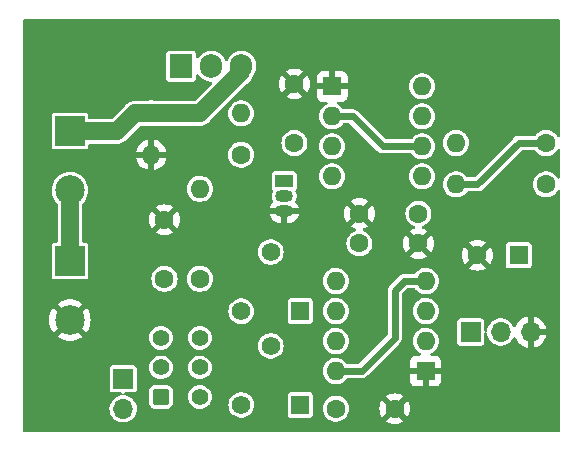
<source format=gbl>
G04 #@! TF.GenerationSoftware,KiCad,Pcbnew,8.0.6*
G04 #@! TF.CreationDate,2024-12-30T14:34:09+01:00*
G04 #@! TF.ProjectId,UselessBox,5573656c-6573-4734-926f-782e6b696361,1*
G04 #@! TF.SameCoordinates,Original*
G04 #@! TF.FileFunction,Copper,L2,Bot*
G04 #@! TF.FilePolarity,Positive*
%FSLAX46Y46*%
G04 Gerber Fmt 4.6, Leading zero omitted, Abs format (unit mm)*
G04 Created by KiCad (PCBNEW 8.0.6) date 2024-12-30 14:34:09*
%MOMM*%
%LPD*%
G01*
G04 APERTURE LIST*
G04 Aperture macros list*
%AMRoundRect*
0 Rectangle with rounded corners*
0 $1 Rounding radius*
0 $2 $3 $4 $5 $6 $7 $8 $9 X,Y pos of 4 corners*
0 Add a 4 corners polygon primitive as box body*
4,1,4,$2,$3,$4,$5,$6,$7,$8,$9,$2,$3,0*
0 Add four circle primitives for the rounded corners*
1,1,$1+$1,$2,$3*
1,1,$1+$1,$4,$5*
1,1,$1+$1,$6,$7*
1,1,$1+$1,$8,$9*
0 Add four rect primitives between the rounded corners*
20,1,$1+$1,$2,$3,$4,$5,0*
20,1,$1+$1,$4,$5,$6,$7,0*
20,1,$1+$1,$6,$7,$8,$9,0*
20,1,$1+$1,$8,$9,$2,$3,0*%
G04 Aperture macros list end*
G04 #@! TA.AperFunction,ComponentPad*
%ADD10R,1.700000X1.700000*%
G04 #@! TD*
G04 #@! TA.AperFunction,ComponentPad*
%ADD11O,1.700000X1.700000*%
G04 #@! TD*
G04 #@! TA.AperFunction,ComponentPad*
%ADD12R,2.500000X2.500000*%
G04 #@! TD*
G04 #@! TA.AperFunction,ComponentPad*
%ADD13C,2.500000*%
G04 #@! TD*
G04 #@! TA.AperFunction,ComponentPad*
%ADD14R,1.600000X1.600000*%
G04 #@! TD*
G04 #@! TA.AperFunction,ComponentPad*
%ADD15O,1.600000X1.600000*%
G04 #@! TD*
G04 #@! TA.AperFunction,ComponentPad*
%ADD16RoundRect,0.250000X0.450000X-0.450000X0.450000X0.450000X-0.450000X0.450000X-0.450000X-0.450000X0*%
G04 #@! TD*
G04 #@! TA.AperFunction,ComponentPad*
%ADD17C,1.400000*%
G04 #@! TD*
G04 #@! TA.AperFunction,ComponentPad*
%ADD18R,1.560000X1.560000*%
G04 #@! TD*
G04 #@! TA.AperFunction,ComponentPad*
%ADD19C,1.560000*%
G04 #@! TD*
G04 #@! TA.AperFunction,ComponentPad*
%ADD20C,1.600000*%
G04 #@! TD*
G04 #@! TA.AperFunction,ComponentPad*
%ADD21R,1.500000X1.050000*%
G04 #@! TD*
G04 #@! TA.AperFunction,ComponentPad*
%ADD22O,1.500000X1.050000*%
G04 #@! TD*
G04 #@! TA.AperFunction,ComponentPad*
%ADD23R,1.905000X2.000000*%
G04 #@! TD*
G04 #@! TA.AperFunction,ComponentPad*
%ADD24O,1.905000X2.000000*%
G04 #@! TD*
G04 #@! TA.AperFunction,ViaPad*
%ADD25C,6.000000*%
G04 #@! TD*
G04 #@! TA.AperFunction,Conductor*
%ADD26C,0.600000*%
G04 #@! TD*
G04 #@! TA.AperFunction,Conductor*
%ADD27C,1.500000*%
G04 #@! TD*
G04 APERTURE END LIST*
D10*
X139000000Y-91460000D03*
D11*
X139000000Y-94000000D03*
D10*
X168420000Y-87500000D03*
D11*
X170960000Y-87500000D03*
X173500000Y-87500000D03*
D12*
X134500000Y-70500000D03*
D13*
X134500000Y-75500000D03*
D12*
X134500000Y-81500000D03*
D13*
X134500000Y-86500000D03*
D14*
X164620000Y-90800000D03*
D15*
X164620000Y-88260000D03*
X164620000Y-85720000D03*
X164620000Y-83180000D03*
X157000000Y-83180000D03*
X157000000Y-85720000D03*
X157000000Y-88260000D03*
X157000000Y-90800000D03*
D14*
X156700000Y-66700000D03*
D15*
X156700000Y-69240000D03*
X156700000Y-71780000D03*
X156700000Y-74320000D03*
X164320000Y-74320000D03*
X164320000Y-71780000D03*
X164320000Y-69240000D03*
X164320000Y-66700000D03*
D16*
X142200000Y-93000000D03*
D17*
X142200000Y-90500000D03*
X142200000Y-88000000D03*
X145500000Y-88000000D03*
X145500000Y-90500000D03*
X145500000Y-93000000D03*
D18*
X154000000Y-85740000D03*
D19*
X151500000Y-80740000D03*
X149000000Y-85740000D03*
D18*
X154000000Y-93680000D03*
D19*
X151500000Y-88680000D03*
X149000000Y-93680000D03*
D20*
X145500000Y-83000000D03*
D15*
X145500000Y-75380000D03*
D20*
X149000000Y-72500000D03*
D15*
X141380000Y-72500000D03*
D20*
X141380000Y-69000000D03*
D15*
X149000000Y-69000000D03*
D20*
X174810000Y-71500000D03*
D15*
X167190000Y-71500000D03*
X167190000Y-75000000D03*
D20*
X174810000Y-75000000D03*
D21*
X152640000Y-74730000D03*
D22*
X152640000Y-76000000D03*
X152640000Y-77270000D03*
D23*
X143920000Y-65000000D03*
D24*
X146460000Y-65000000D03*
X149000000Y-65000000D03*
D20*
X142500000Y-78000000D03*
X142500000Y-83000000D03*
D14*
X172500000Y-81000000D03*
D20*
X169000000Y-81000000D03*
X157000000Y-94000000D03*
X162000000Y-94000000D03*
X159000000Y-80000000D03*
X164000000Y-80000000D03*
X164000000Y-77470000D03*
X159000000Y-77470000D03*
X153500000Y-71500000D03*
X153500000Y-66500000D03*
D25*
X173000000Y-93000000D03*
X173000000Y-64000000D03*
X133500000Y-93000000D03*
X133500000Y-64000000D03*
D26*
X159200000Y-90800000D02*
X157000000Y-90800000D01*
X162820000Y-83180000D02*
X162000000Y-84000000D01*
X162000000Y-84000000D02*
X162000000Y-88000000D01*
X164620000Y-83180000D02*
X162820000Y-83180000D01*
X162000000Y-88000000D02*
X159200000Y-90800000D01*
X172500000Y-71500000D02*
X169000000Y-75000000D01*
X169000000Y-75000000D02*
X167190000Y-75000000D01*
X174810000Y-71500000D02*
X172500000Y-71500000D01*
D27*
X134500000Y-81500000D02*
X134500000Y-75500000D01*
D26*
X158457500Y-69240000D02*
X156700000Y-69240000D01*
X164320000Y-71780000D02*
X160997500Y-71780000D01*
X160997500Y-71780000D02*
X158457500Y-69240000D01*
D27*
X149000000Y-65500000D02*
X149000000Y-65000000D01*
X145500000Y-69000000D02*
X149000000Y-65500000D01*
X141380000Y-69000000D02*
X145500000Y-69000000D01*
X138500000Y-70500000D02*
X140000000Y-69000000D01*
X134500000Y-70500000D02*
X138500000Y-70500000D01*
X140000000Y-69000000D02*
X141380000Y-69000000D01*
G04 #@! TA.AperFunction,Conductor*
G36*
X175942539Y-61020185D02*
G01*
X175988294Y-61072989D01*
X175999500Y-61124500D01*
X175999500Y-70892683D01*
X175979815Y-70959722D01*
X175927011Y-71005477D01*
X175857853Y-71015421D01*
X175794297Y-70986396D01*
X175764500Y-70947956D01*
X175749673Y-70918179D01*
X175735568Y-70899500D01*
X175626762Y-70755418D01*
X175476041Y-70618019D01*
X175476039Y-70618017D01*
X175302642Y-70510655D01*
X175302635Y-70510651D01*
X175207546Y-70473814D01*
X175112456Y-70436976D01*
X174911976Y-70399500D01*
X174708024Y-70399500D01*
X174507544Y-70436976D01*
X174507541Y-70436976D01*
X174507541Y-70436977D01*
X174317364Y-70510651D01*
X174317357Y-70510655D01*
X174143960Y-70618017D01*
X174143958Y-70618019D01*
X173993237Y-70755418D01*
X173921642Y-70850227D01*
X173865533Y-70891863D01*
X173822688Y-70899500D01*
X172420940Y-70899500D01*
X172380019Y-70910464D01*
X172380019Y-70910465D01*
X172342751Y-70920451D01*
X172268214Y-70940423D01*
X172268209Y-70940426D01*
X172131290Y-71019475D01*
X172131282Y-71019481D01*
X172050025Y-71100739D01*
X172019480Y-71131284D01*
X172019478Y-71131286D01*
X170400765Y-72750000D01*
X168787584Y-74363181D01*
X168726261Y-74396666D01*
X168699903Y-74399500D01*
X168177312Y-74399500D01*
X168110273Y-74379815D01*
X168078358Y-74350227D01*
X168006762Y-74255418D01*
X167856041Y-74118019D01*
X167856039Y-74118017D01*
X167682642Y-74010655D01*
X167682635Y-74010651D01*
X167587546Y-73973814D01*
X167492456Y-73936976D01*
X167291976Y-73899500D01*
X167088024Y-73899500D01*
X166887544Y-73936976D01*
X166887541Y-73936976D01*
X166887541Y-73936977D01*
X166697364Y-74010651D01*
X166697357Y-74010655D01*
X166523960Y-74118017D01*
X166523958Y-74118019D01*
X166373237Y-74255418D01*
X166250327Y-74418178D01*
X166159422Y-74600739D01*
X166159417Y-74600752D01*
X166103602Y-74796917D01*
X166084785Y-74999999D01*
X166084785Y-75000000D01*
X166103602Y-75203082D01*
X166159417Y-75399247D01*
X166159422Y-75399260D01*
X166250327Y-75581821D01*
X166373237Y-75744581D01*
X166523958Y-75881980D01*
X166523960Y-75881982D01*
X166583249Y-75918692D01*
X166697363Y-75989348D01*
X166887544Y-76063024D01*
X167088024Y-76100500D01*
X167088026Y-76100500D01*
X167291974Y-76100500D01*
X167291976Y-76100500D01*
X167492456Y-76063024D01*
X167682637Y-75989348D01*
X167856041Y-75881981D01*
X168006764Y-75744579D01*
X168078358Y-75649773D01*
X168134467Y-75608137D01*
X168177312Y-75600500D01*
X168913331Y-75600500D01*
X168913347Y-75600501D01*
X168920943Y-75600501D01*
X169079054Y-75600501D01*
X169079057Y-75600501D01*
X169231785Y-75559577D01*
X169281904Y-75530639D01*
X169368716Y-75480520D01*
X169480520Y-75368716D01*
X169480520Y-75368714D01*
X169490728Y-75358507D01*
X169490729Y-75358504D01*
X172712416Y-72136819D01*
X172773739Y-72103334D01*
X172800097Y-72100500D01*
X173822688Y-72100500D01*
X173889727Y-72120185D01*
X173921642Y-72149773D01*
X173993237Y-72244581D01*
X174130300Y-72369529D01*
X174142334Y-72380500D01*
X174143958Y-72381980D01*
X174143960Y-72381982D01*
X174221146Y-72429773D01*
X174317363Y-72489348D01*
X174507544Y-72563024D01*
X174708024Y-72600500D01*
X174708026Y-72600500D01*
X174911974Y-72600500D01*
X174911976Y-72600500D01*
X175112456Y-72563024D01*
X175302637Y-72489348D01*
X175476041Y-72381981D01*
X175609278Y-72260520D01*
X175626762Y-72244581D01*
X175626764Y-72244579D01*
X175749673Y-72081821D01*
X175760727Y-72059622D01*
X175764500Y-72052045D01*
X175812002Y-72000808D01*
X175879665Y-71983386D01*
X175946006Y-72005311D01*
X175989961Y-72059622D01*
X175999500Y-72107316D01*
X175999500Y-74392683D01*
X175979815Y-74459722D01*
X175927011Y-74505477D01*
X175857853Y-74515421D01*
X175794297Y-74486396D01*
X175764500Y-74447956D01*
X175749673Y-74418179D01*
X175735568Y-74399500D01*
X175626762Y-74255418D01*
X175476041Y-74118019D01*
X175476039Y-74118017D01*
X175302642Y-74010655D01*
X175302635Y-74010651D01*
X175207546Y-73973814D01*
X175112456Y-73936976D01*
X174911976Y-73899500D01*
X174708024Y-73899500D01*
X174507544Y-73936976D01*
X174507541Y-73936976D01*
X174507541Y-73936977D01*
X174317364Y-74010651D01*
X174317357Y-74010655D01*
X174143960Y-74118017D01*
X174143958Y-74118019D01*
X173993237Y-74255418D01*
X173870327Y-74418178D01*
X173779422Y-74600739D01*
X173779417Y-74600752D01*
X173723602Y-74796917D01*
X173704785Y-74999999D01*
X173704785Y-75000000D01*
X173723602Y-75203082D01*
X173779417Y-75399247D01*
X173779422Y-75399260D01*
X173870327Y-75581821D01*
X173993237Y-75744581D01*
X174143958Y-75881980D01*
X174143960Y-75881982D01*
X174203249Y-75918692D01*
X174317363Y-75989348D01*
X174507544Y-76063024D01*
X174708024Y-76100500D01*
X174708026Y-76100500D01*
X174911974Y-76100500D01*
X174911976Y-76100500D01*
X175112456Y-76063024D01*
X175302637Y-75989348D01*
X175476041Y-75881981D01*
X175626764Y-75744579D01*
X175749673Y-75581821D01*
X175764500Y-75552045D01*
X175812002Y-75500808D01*
X175879665Y-75483386D01*
X175946006Y-75505311D01*
X175989961Y-75559622D01*
X175999500Y-75607316D01*
X175999500Y-95875500D01*
X175979815Y-95942539D01*
X175927011Y-95988294D01*
X175875500Y-95999500D01*
X130624500Y-95999500D01*
X130557461Y-95979815D01*
X130511706Y-95927011D01*
X130500500Y-95875500D01*
X130500500Y-93999999D01*
X137844571Y-93999999D01*
X137844571Y-94000000D01*
X137864244Y-94212310D01*
X137922596Y-94417392D01*
X137922596Y-94417394D01*
X138017632Y-94608253D01*
X138132603Y-94760497D01*
X138146128Y-94778407D01*
X138303698Y-94922052D01*
X138484981Y-95034298D01*
X138683802Y-95111321D01*
X138893390Y-95150500D01*
X138893392Y-95150500D01*
X139106608Y-95150500D01*
X139106610Y-95150500D01*
X139316198Y-95111321D01*
X139515019Y-95034298D01*
X139696302Y-94922052D01*
X139853872Y-94778407D01*
X139982366Y-94608255D01*
X139982367Y-94608253D01*
X140077403Y-94417394D01*
X140077403Y-94417393D01*
X140077405Y-94417389D01*
X140135756Y-94212310D01*
X140155429Y-94000000D01*
X140135756Y-93787690D01*
X140077405Y-93582611D01*
X140077403Y-93582606D01*
X140077403Y-93582605D01*
X139982367Y-93391746D01*
X139853872Y-93221593D01*
X139825943Y-93196132D01*
X139696302Y-93077948D01*
X139515019Y-92965702D01*
X139515017Y-92965701D01*
X139344130Y-92899500D01*
X139316198Y-92888679D01*
X139143456Y-92856387D01*
X139081176Y-92824719D01*
X139045903Y-92764407D01*
X139048837Y-92694599D01*
X139089046Y-92637459D01*
X139153764Y-92611128D01*
X139166233Y-92610499D01*
X139894864Y-92610499D01*
X139894879Y-92610497D01*
X139894882Y-92610497D01*
X139919987Y-92607586D01*
X139919988Y-92607585D01*
X139919991Y-92607585D01*
X140022765Y-92562206D01*
X140078073Y-92506898D01*
X141199500Y-92506898D01*
X141199500Y-93493102D01*
X141205126Y-93539954D01*
X141210122Y-93581561D01*
X141265639Y-93722343D01*
X141357077Y-93842922D01*
X141477656Y-93934360D01*
X141477657Y-93934360D01*
X141477658Y-93934361D01*
X141618436Y-93989877D01*
X141706898Y-94000500D01*
X141706903Y-94000500D01*
X142693097Y-94000500D01*
X142693102Y-94000500D01*
X142781564Y-93989877D01*
X142922342Y-93934361D01*
X143042922Y-93842922D01*
X143134361Y-93722342D01*
X143189877Y-93581564D01*
X143200500Y-93493102D01*
X143200500Y-93000000D01*
X144494659Y-93000000D01*
X144513975Y-93196129D01*
X144513976Y-93196132D01*
X144541842Y-93287995D01*
X144571188Y-93384733D01*
X144664086Y-93558532D01*
X144664090Y-93558539D01*
X144789116Y-93710883D01*
X144941460Y-93835909D01*
X144941467Y-93835913D01*
X145115266Y-93928811D01*
X145115269Y-93928811D01*
X145115273Y-93928814D01*
X145303868Y-93986024D01*
X145500000Y-94005341D01*
X145696132Y-93986024D01*
X145884727Y-93928814D01*
X146058538Y-93835910D01*
X146210883Y-93710883D01*
X146236229Y-93679999D01*
X147914871Y-93679999D01*
X147914871Y-93680000D01*
X147933346Y-93879391D01*
X147933347Y-93879393D01*
X147988145Y-94071989D01*
X147988151Y-94072004D01*
X148077401Y-94251241D01*
X148077406Y-94251249D01*
X148198081Y-94411049D01*
X148300997Y-94504868D01*
X148346064Y-94545952D01*
X148516316Y-94651368D01*
X148703040Y-94723705D01*
X148899877Y-94760500D01*
X148899879Y-94760500D01*
X149100121Y-94760500D01*
X149100123Y-94760500D01*
X149296960Y-94723705D01*
X149483684Y-94651368D01*
X149653936Y-94545952D01*
X149801920Y-94411047D01*
X149922595Y-94251247D01*
X150011853Y-94071994D01*
X150066653Y-93879392D01*
X150085129Y-93680000D01*
X150076007Y-93581561D01*
X150066653Y-93480608D01*
X150066652Y-93480606D01*
X150041369Y-93391746D01*
X150011853Y-93288006D01*
X150005141Y-93274526D01*
X149922598Y-93108758D01*
X149922593Y-93108750D01*
X149801918Y-92948950D01*
X149699002Y-92855131D01*
X152919500Y-92855131D01*
X152919500Y-94504856D01*
X152919502Y-94504882D01*
X152922413Y-94529987D01*
X152922415Y-94529991D01*
X152967793Y-94632764D01*
X152967794Y-94632765D01*
X153047235Y-94712206D01*
X153150009Y-94757585D01*
X153175135Y-94760500D01*
X154824864Y-94760499D01*
X154824879Y-94760497D01*
X154824882Y-94760497D01*
X154849987Y-94757586D01*
X154849988Y-94757585D01*
X154849991Y-94757585D01*
X154952765Y-94712206D01*
X155032206Y-94632765D01*
X155077585Y-94529991D01*
X155080500Y-94504865D01*
X155080500Y-93999999D01*
X155894785Y-93999999D01*
X155894785Y-94000000D01*
X155913602Y-94203082D01*
X155969417Y-94399247D01*
X155969422Y-94399260D01*
X156060327Y-94581821D01*
X156183237Y-94744581D01*
X156333958Y-94881980D01*
X156333960Y-94881982D01*
X156398676Y-94922052D01*
X156507363Y-94989348D01*
X156697544Y-95063024D01*
X156898024Y-95100500D01*
X156898026Y-95100500D01*
X157101974Y-95100500D01*
X157101976Y-95100500D01*
X157302456Y-95063024D01*
X157492637Y-94989348D01*
X157666041Y-94881981D01*
X157794122Y-94765219D01*
X157816762Y-94744581D01*
X157816764Y-94744579D01*
X157939673Y-94581821D01*
X158030582Y-94399250D01*
X158086397Y-94203083D01*
X158105215Y-94000000D01*
X158105215Y-93999997D01*
X160695034Y-93999997D01*
X160695034Y-94000002D01*
X160714858Y-94226599D01*
X160714860Y-94226610D01*
X160773730Y-94446317D01*
X160773735Y-94446331D01*
X160869863Y-94652478D01*
X160920974Y-94725472D01*
X161600000Y-94046446D01*
X161600000Y-94052661D01*
X161627259Y-94154394D01*
X161679920Y-94245606D01*
X161754394Y-94320080D01*
X161845606Y-94372741D01*
X161947339Y-94400000D01*
X161953553Y-94400000D01*
X161274526Y-95079025D01*
X161347513Y-95130132D01*
X161347521Y-95130136D01*
X161553668Y-95226264D01*
X161553682Y-95226269D01*
X161773389Y-95285139D01*
X161773400Y-95285141D01*
X161999998Y-95304966D01*
X162000002Y-95304966D01*
X162226599Y-95285141D01*
X162226610Y-95285139D01*
X162446317Y-95226269D01*
X162446331Y-95226264D01*
X162652478Y-95130136D01*
X162725471Y-95079024D01*
X162046447Y-94400000D01*
X162052661Y-94400000D01*
X162154394Y-94372741D01*
X162245606Y-94320080D01*
X162320080Y-94245606D01*
X162372741Y-94154394D01*
X162400000Y-94052661D01*
X162400000Y-94046447D01*
X163079024Y-94725471D01*
X163130136Y-94652478D01*
X163226264Y-94446331D01*
X163226269Y-94446317D01*
X163285139Y-94226610D01*
X163285141Y-94226599D01*
X163304966Y-94000002D01*
X163304966Y-93999997D01*
X163285141Y-93773400D01*
X163285139Y-93773389D01*
X163226269Y-93553682D01*
X163226264Y-93553668D01*
X163130136Y-93347521D01*
X163130132Y-93347513D01*
X163079025Y-93274526D01*
X162400000Y-93953551D01*
X162400000Y-93947339D01*
X162372741Y-93845606D01*
X162320080Y-93754394D01*
X162245606Y-93679920D01*
X162154394Y-93627259D01*
X162052661Y-93600000D01*
X162046448Y-93600000D01*
X162725472Y-92920974D01*
X162652478Y-92869863D01*
X162446331Y-92773735D01*
X162446317Y-92773730D01*
X162226610Y-92714860D01*
X162226599Y-92714858D01*
X162000002Y-92695034D01*
X161999998Y-92695034D01*
X161773400Y-92714858D01*
X161773389Y-92714860D01*
X161553682Y-92773730D01*
X161553673Y-92773734D01*
X161347516Y-92869866D01*
X161347512Y-92869868D01*
X161274526Y-92920973D01*
X161274526Y-92920974D01*
X161953553Y-93600000D01*
X161947339Y-93600000D01*
X161845606Y-93627259D01*
X161754394Y-93679920D01*
X161679920Y-93754394D01*
X161627259Y-93845606D01*
X161600000Y-93947339D01*
X161600000Y-93953552D01*
X160920974Y-93274526D01*
X160920973Y-93274526D01*
X160869868Y-93347512D01*
X160869866Y-93347516D01*
X160773734Y-93553673D01*
X160773730Y-93553682D01*
X160714860Y-93773389D01*
X160714858Y-93773400D01*
X160695034Y-93999997D01*
X158105215Y-93999997D01*
X158086397Y-93796917D01*
X158030582Y-93600750D01*
X157939673Y-93418179D01*
X157841363Y-93287995D01*
X157816762Y-93255418D01*
X157666041Y-93118019D01*
X157666039Y-93118017D01*
X157492642Y-93010655D01*
X157492635Y-93010651D01*
X157333372Y-92948953D01*
X157302456Y-92936976D01*
X157101976Y-92899500D01*
X156898024Y-92899500D01*
X156697544Y-92936976D01*
X156697541Y-92936976D01*
X156697541Y-92936977D01*
X156507364Y-93010651D01*
X156507357Y-93010655D01*
X156333960Y-93118017D01*
X156333958Y-93118019D01*
X156183237Y-93255418D01*
X156060327Y-93418178D01*
X155969422Y-93600739D01*
X155969417Y-93600752D01*
X155913602Y-93796917D01*
X155894785Y-93999999D01*
X155080500Y-93999999D01*
X155080499Y-92855136D01*
X155080497Y-92855117D01*
X155077586Y-92830012D01*
X155077585Y-92830010D01*
X155077585Y-92830009D01*
X155032206Y-92727235D01*
X154952765Y-92647794D01*
X154952763Y-92647793D01*
X154849992Y-92602415D01*
X154824865Y-92599500D01*
X153175143Y-92599500D01*
X153175117Y-92599502D01*
X153150012Y-92602413D01*
X153150008Y-92602415D01*
X153047235Y-92647793D01*
X152967794Y-92727234D01*
X152922415Y-92830006D01*
X152922415Y-92830008D01*
X152919500Y-92855131D01*
X149699002Y-92855131D01*
X149653937Y-92814049D01*
X149653936Y-92814048D01*
X149588820Y-92773730D01*
X149483685Y-92708632D01*
X149483683Y-92708631D01*
X149326640Y-92647793D01*
X149296960Y-92636295D01*
X149100123Y-92599500D01*
X148899877Y-92599500D01*
X148703040Y-92636295D01*
X148703037Y-92636295D01*
X148703037Y-92636296D01*
X148516316Y-92708631D01*
X148516314Y-92708632D01*
X148346062Y-92814049D01*
X148198081Y-92948950D01*
X148077406Y-93108750D01*
X148077401Y-93108758D01*
X147988151Y-93287995D01*
X147988145Y-93288010D01*
X147933347Y-93480606D01*
X147933346Y-93480608D01*
X147914871Y-93679999D01*
X146236229Y-93679999D01*
X146335910Y-93558538D01*
X146428814Y-93384727D01*
X146486024Y-93196132D01*
X146505341Y-93000000D01*
X146486024Y-92803868D01*
X146428814Y-92615273D01*
X146428811Y-92615269D01*
X146428811Y-92615266D01*
X146335913Y-92441467D01*
X146335909Y-92441460D01*
X146210883Y-92289116D01*
X146058539Y-92164090D01*
X146058532Y-92164086D01*
X145884733Y-92071188D01*
X145884727Y-92071186D01*
X145696132Y-92013976D01*
X145696129Y-92013975D01*
X145500000Y-91994659D01*
X145303870Y-92013975D01*
X145115266Y-92071188D01*
X144941467Y-92164086D01*
X144941460Y-92164090D01*
X144789116Y-92289116D01*
X144664090Y-92441460D01*
X144664086Y-92441467D01*
X144571188Y-92615266D01*
X144513975Y-92803870D01*
X144494659Y-93000000D01*
X143200500Y-93000000D01*
X143200500Y-92506898D01*
X143189877Y-92418436D01*
X143134361Y-92277658D01*
X143134360Y-92277657D01*
X143134360Y-92277656D01*
X143042922Y-92157077D01*
X142922343Y-92065639D01*
X142781561Y-92010122D01*
X142735926Y-92004642D01*
X142693102Y-91999500D01*
X141706898Y-91999500D01*
X141667853Y-92004188D01*
X141618438Y-92010122D01*
X141477656Y-92065639D01*
X141357077Y-92157077D01*
X141265639Y-92277656D01*
X141210122Y-92418438D01*
X141207358Y-92441460D01*
X141199500Y-92506898D01*
X140078073Y-92506898D01*
X140102206Y-92482765D01*
X140147585Y-92379991D01*
X140150500Y-92354865D01*
X140150499Y-90565136D01*
X140150497Y-90565117D01*
X140147586Y-90540012D01*
X140147585Y-90540010D01*
X140147585Y-90540009D01*
X140129919Y-90500000D01*
X141194659Y-90500000D01*
X141213975Y-90696129D01*
X141271188Y-90884733D01*
X141364086Y-91058532D01*
X141364090Y-91058539D01*
X141489116Y-91210883D01*
X141641460Y-91335909D01*
X141641467Y-91335913D01*
X141815266Y-91428811D01*
X141815269Y-91428811D01*
X141815273Y-91428814D01*
X142003868Y-91486024D01*
X142200000Y-91505341D01*
X142396132Y-91486024D01*
X142584727Y-91428814D01*
X142758538Y-91335910D01*
X142910883Y-91210883D01*
X143035910Y-91058538D01*
X143128814Y-90884727D01*
X143186024Y-90696132D01*
X143205341Y-90500000D01*
X144494659Y-90500000D01*
X144513975Y-90696129D01*
X144571188Y-90884733D01*
X144664086Y-91058532D01*
X144664090Y-91058539D01*
X144789116Y-91210883D01*
X144941460Y-91335909D01*
X144941467Y-91335913D01*
X145115266Y-91428811D01*
X145115269Y-91428811D01*
X145115273Y-91428814D01*
X145303868Y-91486024D01*
X145500000Y-91505341D01*
X145696132Y-91486024D01*
X145884727Y-91428814D01*
X146058538Y-91335910D01*
X146210883Y-91210883D01*
X146335910Y-91058538D01*
X146428814Y-90884727D01*
X146454516Y-90799999D01*
X155894785Y-90799999D01*
X155894785Y-90800000D01*
X155913602Y-91003082D01*
X155969417Y-91199247D01*
X155969422Y-91199260D01*
X156060327Y-91381821D01*
X156183237Y-91544581D01*
X156333958Y-91681980D01*
X156333960Y-91681982D01*
X156374967Y-91707372D01*
X156507363Y-91789348D01*
X156697544Y-91863024D01*
X156898024Y-91900500D01*
X156898026Y-91900500D01*
X157101974Y-91900500D01*
X157101976Y-91900500D01*
X157302456Y-91863024D01*
X157492637Y-91789348D01*
X157666041Y-91681981D01*
X157816764Y-91544579D01*
X157888358Y-91449773D01*
X157944467Y-91408137D01*
X157987312Y-91400500D01*
X159113331Y-91400500D01*
X159113347Y-91400501D01*
X159120943Y-91400501D01*
X159279054Y-91400501D01*
X159279057Y-91400501D01*
X159431785Y-91359577D01*
X159481904Y-91330639D01*
X159568716Y-91280520D01*
X159680520Y-91168716D01*
X159680520Y-91168714D01*
X159690728Y-91158507D01*
X159690730Y-91158504D01*
X160897079Y-89952155D01*
X163320000Y-89952155D01*
X163320000Y-90550000D01*
X164304314Y-90550000D01*
X164299920Y-90554394D01*
X164247259Y-90645606D01*
X164220000Y-90747339D01*
X164220000Y-90852661D01*
X164247259Y-90954394D01*
X164299920Y-91045606D01*
X164304314Y-91050000D01*
X163320000Y-91050000D01*
X163320000Y-91647844D01*
X163326401Y-91707372D01*
X163326403Y-91707379D01*
X163376645Y-91842086D01*
X163376649Y-91842093D01*
X163462809Y-91957187D01*
X163462812Y-91957190D01*
X163577906Y-92043350D01*
X163577913Y-92043354D01*
X163712620Y-92093596D01*
X163712627Y-92093598D01*
X163772155Y-92099999D01*
X163772172Y-92100000D01*
X164370000Y-92100000D01*
X164370000Y-91115686D01*
X164374394Y-91120080D01*
X164465606Y-91172741D01*
X164567339Y-91200000D01*
X164672661Y-91200000D01*
X164774394Y-91172741D01*
X164865606Y-91120080D01*
X164870000Y-91115686D01*
X164870000Y-92100000D01*
X165467828Y-92100000D01*
X165467844Y-92099999D01*
X165527372Y-92093598D01*
X165527379Y-92093596D01*
X165662086Y-92043354D01*
X165662093Y-92043350D01*
X165777187Y-91957190D01*
X165777190Y-91957187D01*
X165863350Y-91842093D01*
X165863354Y-91842086D01*
X165913596Y-91707379D01*
X165913598Y-91707372D01*
X165919999Y-91647844D01*
X165920000Y-91647827D01*
X165920000Y-91050000D01*
X164935686Y-91050000D01*
X164940080Y-91045606D01*
X164992741Y-90954394D01*
X165020000Y-90852661D01*
X165020000Y-90747339D01*
X164992741Y-90645606D01*
X164940080Y-90554394D01*
X164935686Y-90550000D01*
X165920000Y-90550000D01*
X165920000Y-89952172D01*
X165919999Y-89952155D01*
X165913598Y-89892627D01*
X165913596Y-89892620D01*
X165863354Y-89757913D01*
X165863350Y-89757906D01*
X165777190Y-89642812D01*
X165777187Y-89642809D01*
X165662093Y-89556649D01*
X165662086Y-89556645D01*
X165527379Y-89506403D01*
X165527372Y-89506401D01*
X165467844Y-89500000D01*
X165128971Y-89500000D01*
X165061932Y-89480315D01*
X165016177Y-89427511D01*
X165006233Y-89358353D01*
X165035258Y-89294797D01*
X165084175Y-89260373D01*
X165112637Y-89249348D01*
X165286041Y-89141981D01*
X165436764Y-89004579D01*
X165559673Y-88841821D01*
X165650582Y-88659250D01*
X165706397Y-88463083D01*
X165725215Y-88260000D01*
X165724288Y-88250000D01*
X165706397Y-88056917D01*
X165650582Y-87860750D01*
X165627327Y-87814048D01*
X165576668Y-87712310D01*
X165559673Y-87678179D01*
X165472192Y-87562335D01*
X165436762Y-87515418D01*
X165286041Y-87378019D01*
X165286039Y-87378017D01*
X165112642Y-87270655D01*
X165112635Y-87270651D01*
X165017546Y-87233814D01*
X164922456Y-87196976D01*
X164721976Y-87159500D01*
X164518024Y-87159500D01*
X164317544Y-87196976D01*
X164317541Y-87196976D01*
X164317541Y-87196977D01*
X164127364Y-87270651D01*
X164127357Y-87270655D01*
X163953960Y-87378017D01*
X163953958Y-87378019D01*
X163803237Y-87515418D01*
X163680327Y-87678178D01*
X163589422Y-87860739D01*
X163589417Y-87860752D01*
X163533602Y-88056917D01*
X163514785Y-88259998D01*
X163533602Y-88463082D01*
X163589417Y-88659247D01*
X163589422Y-88659260D01*
X163680327Y-88841821D01*
X163803237Y-89004581D01*
X163953958Y-89141980D01*
X163953960Y-89141982D01*
X164053141Y-89203392D01*
X164127363Y-89249348D01*
X164155824Y-89260373D01*
X164211224Y-89302946D01*
X164234815Y-89368713D01*
X164219104Y-89436793D01*
X164169080Y-89485572D01*
X164111029Y-89500000D01*
X163772155Y-89500000D01*
X163712627Y-89506401D01*
X163712620Y-89506403D01*
X163577913Y-89556645D01*
X163577906Y-89556649D01*
X163462812Y-89642809D01*
X163462809Y-89642812D01*
X163376649Y-89757906D01*
X163376645Y-89757913D01*
X163326403Y-89892620D01*
X163326401Y-89892627D01*
X163320000Y-89952155D01*
X160897079Y-89952155D01*
X162358506Y-88490728D01*
X162358511Y-88490724D01*
X162368714Y-88480520D01*
X162368716Y-88480520D01*
X162480520Y-88368716D01*
X162543287Y-88260000D01*
X162559577Y-88231785D01*
X162600501Y-88079057D01*
X162600501Y-87920943D01*
X162600501Y-87913348D01*
X162600500Y-87913330D01*
X162600500Y-85719999D01*
X163514785Y-85719999D01*
X163514785Y-85720000D01*
X163533602Y-85923082D01*
X163589417Y-86119247D01*
X163589422Y-86119260D01*
X163680327Y-86301821D01*
X163803237Y-86464581D01*
X163953958Y-86601980D01*
X163953960Y-86601982D01*
X164053141Y-86663392D01*
X164127363Y-86709348D01*
X164317544Y-86783024D01*
X164518024Y-86820500D01*
X164518026Y-86820500D01*
X164721974Y-86820500D01*
X164721976Y-86820500D01*
X164922456Y-86783024D01*
X165112637Y-86709348D01*
X165280954Y-86605131D01*
X167269500Y-86605131D01*
X167269500Y-88394856D01*
X167269502Y-88394882D01*
X167272413Y-88419987D01*
X167272415Y-88419991D01*
X167317793Y-88522764D01*
X167317794Y-88522765D01*
X167397235Y-88602206D01*
X167500009Y-88647585D01*
X167525135Y-88650500D01*
X169314864Y-88650499D01*
X169314879Y-88650497D01*
X169314882Y-88650497D01*
X169339987Y-88647586D01*
X169339988Y-88647585D01*
X169339991Y-88647585D01*
X169442765Y-88602206D01*
X169522206Y-88522765D01*
X169567585Y-88419991D01*
X169570500Y-88394865D01*
X169570499Y-87656046D01*
X169590183Y-87589009D01*
X169642987Y-87543254D01*
X169712146Y-87533310D01*
X169775702Y-87562335D01*
X169813476Y-87621113D01*
X169817970Y-87644606D01*
X169821081Y-87678178D01*
X169824244Y-87712310D01*
X169877675Y-87900099D01*
X169882596Y-87917392D01*
X169882596Y-87917394D01*
X169977632Y-88108253D01*
X170106127Y-88278406D01*
X170106128Y-88278407D01*
X170263698Y-88422052D01*
X170444981Y-88534298D01*
X170643802Y-88611321D01*
X170853390Y-88650500D01*
X170853392Y-88650500D01*
X171066608Y-88650500D01*
X171066610Y-88650500D01*
X171276198Y-88611321D01*
X171475019Y-88534298D01*
X171656302Y-88422052D01*
X171813872Y-88278407D01*
X171942366Y-88108255D01*
X172009325Y-87973781D01*
X172056825Y-87922548D01*
X172124488Y-87905126D01*
X172190828Y-87927051D01*
X172232705Y-87976651D01*
X172326399Y-88177578D01*
X172461894Y-88371082D01*
X172628917Y-88538105D01*
X172822421Y-88673600D01*
X173036507Y-88773429D01*
X173036516Y-88773433D01*
X173250000Y-88830634D01*
X173250000Y-87933012D01*
X173307007Y-87965925D01*
X173434174Y-88000000D01*
X173565826Y-88000000D01*
X173692993Y-87965925D01*
X173750000Y-87933012D01*
X173750000Y-88830633D01*
X173963483Y-88773433D01*
X173963492Y-88773429D01*
X174177578Y-88673600D01*
X174371082Y-88538105D01*
X174538105Y-88371082D01*
X174673600Y-88177578D01*
X174773429Y-87963492D01*
X174773432Y-87963486D01*
X174830636Y-87750000D01*
X173933012Y-87750000D01*
X173965925Y-87692993D01*
X174000000Y-87565826D01*
X174000000Y-87434174D01*
X173965925Y-87307007D01*
X173933012Y-87250000D01*
X174830636Y-87250000D01*
X174830635Y-87249999D01*
X174773432Y-87036513D01*
X174773429Y-87036507D01*
X174673600Y-86822422D01*
X174673599Y-86822420D01*
X174538113Y-86628926D01*
X174538108Y-86628920D01*
X174371082Y-86461894D01*
X174177578Y-86326399D01*
X173963492Y-86226570D01*
X173963486Y-86226567D01*
X173750000Y-86169364D01*
X173750000Y-87066988D01*
X173692993Y-87034075D01*
X173565826Y-87000000D01*
X173434174Y-87000000D01*
X173307007Y-87034075D01*
X173250000Y-87066988D01*
X173250000Y-86169364D01*
X173249999Y-86169364D01*
X173036513Y-86226567D01*
X173036507Y-86226570D01*
X172822422Y-86326399D01*
X172822420Y-86326400D01*
X172628926Y-86461886D01*
X172628920Y-86461891D01*
X172461891Y-86628920D01*
X172461886Y-86628926D01*
X172326400Y-86822420D01*
X172326399Y-86822422D01*
X172232705Y-87023348D01*
X172186532Y-87075787D01*
X172119339Y-87094939D01*
X172052457Y-87074723D01*
X172009324Y-87026216D01*
X171942366Y-86891745D01*
X171913524Y-86853553D01*
X171813872Y-86721593D01*
X171778775Y-86689598D01*
X171656302Y-86577948D01*
X171475019Y-86465702D01*
X171475017Y-86465701D01*
X171375608Y-86427190D01*
X171276198Y-86388679D01*
X171066610Y-86349500D01*
X170853390Y-86349500D01*
X170643802Y-86388679D01*
X170643799Y-86388679D01*
X170643799Y-86388680D01*
X170444982Y-86465701D01*
X170444980Y-86465702D01*
X170263699Y-86577947D01*
X170106127Y-86721593D01*
X169977632Y-86891746D01*
X169882596Y-87082605D01*
X169882596Y-87082607D01*
X169824244Y-87287689D01*
X169817970Y-87355394D01*
X169792183Y-87420331D01*
X169735383Y-87461018D01*
X169665602Y-87464538D01*
X169604995Y-87429772D01*
X169572806Y-87367759D01*
X169570499Y-87343952D01*
X169570499Y-86605143D01*
X169570499Y-86605136D01*
X169568743Y-86589991D01*
X169567586Y-86580012D01*
X169567585Y-86580010D01*
X169567585Y-86580009D01*
X169522206Y-86477235D01*
X169442765Y-86397794D01*
X169422124Y-86388680D01*
X169339992Y-86352415D01*
X169314865Y-86349500D01*
X167525143Y-86349500D01*
X167525117Y-86349502D01*
X167500012Y-86352413D01*
X167500008Y-86352415D01*
X167397235Y-86397793D01*
X167317794Y-86477234D01*
X167272415Y-86580006D01*
X167272415Y-86580008D01*
X167269500Y-86605131D01*
X165280954Y-86605131D01*
X165286041Y-86601981D01*
X165436764Y-86464579D01*
X165559673Y-86301821D01*
X165650582Y-86119250D01*
X165706397Y-85923083D01*
X165725215Y-85720000D01*
X165706397Y-85516917D01*
X165650582Y-85320750D01*
X165559673Y-85138179D01*
X165462084Y-85008950D01*
X165436762Y-84975418D01*
X165286041Y-84838019D01*
X165286039Y-84838017D01*
X165112642Y-84730655D01*
X165112635Y-84730651D01*
X165017546Y-84693814D01*
X164922456Y-84656976D01*
X164721976Y-84619500D01*
X164518024Y-84619500D01*
X164317544Y-84656976D01*
X164317541Y-84656976D01*
X164317541Y-84656977D01*
X164127364Y-84730651D01*
X164127357Y-84730655D01*
X163953960Y-84838017D01*
X163953958Y-84838019D01*
X163803237Y-84975418D01*
X163680327Y-85138178D01*
X163589422Y-85320739D01*
X163589417Y-85320752D01*
X163533602Y-85516917D01*
X163514785Y-85719999D01*
X162600500Y-85719999D01*
X162600500Y-84300097D01*
X162620185Y-84233058D01*
X162636819Y-84212416D01*
X163032416Y-83816819D01*
X163093739Y-83783334D01*
X163120097Y-83780500D01*
X163632688Y-83780500D01*
X163699727Y-83800185D01*
X163731642Y-83829773D01*
X163803237Y-83924581D01*
X163953958Y-84061980D01*
X163953960Y-84061982D01*
X164016169Y-84100500D01*
X164127363Y-84169348D01*
X164317544Y-84243024D01*
X164518024Y-84280500D01*
X164518026Y-84280500D01*
X164721974Y-84280500D01*
X164721976Y-84280500D01*
X164922456Y-84243024D01*
X165112637Y-84169348D01*
X165286041Y-84061981D01*
X165436764Y-83924579D01*
X165559673Y-83761821D01*
X165650582Y-83579250D01*
X165706397Y-83383083D01*
X165725215Y-83180000D01*
X165706397Y-82976917D01*
X165650582Y-82780750D01*
X165559673Y-82598179D01*
X165436764Y-82435421D01*
X165436762Y-82435418D01*
X165286041Y-82298019D01*
X165286039Y-82298017D01*
X165112642Y-82190655D01*
X165112635Y-82190651D01*
X164956426Y-82130136D01*
X164922456Y-82116976D01*
X164721976Y-82079500D01*
X164518024Y-82079500D01*
X164317544Y-82116976D01*
X164317541Y-82116976D01*
X164317541Y-82116977D01*
X164127364Y-82190651D01*
X164127357Y-82190655D01*
X163953960Y-82298017D01*
X163953958Y-82298019D01*
X163803237Y-82435418D01*
X163731642Y-82530227D01*
X163675533Y-82571863D01*
X163632688Y-82579500D01*
X162899057Y-82579500D01*
X162740943Y-82579500D01*
X162588215Y-82620423D01*
X162561433Y-82635886D01*
X162506358Y-82667683D01*
X162451285Y-82699479D01*
X162451282Y-82699481D01*
X161519481Y-83631282D01*
X161519479Y-83631285D01*
X161469361Y-83718094D01*
X161469359Y-83718096D01*
X161440425Y-83768209D01*
X161440424Y-83768210D01*
X161427399Y-83816819D01*
X161399499Y-83920943D01*
X161399499Y-83920945D01*
X161399499Y-84089046D01*
X161399500Y-84089059D01*
X161399500Y-87699903D01*
X161379815Y-87766942D01*
X161363181Y-87787584D01*
X158987584Y-90163181D01*
X158926261Y-90196666D01*
X158899903Y-90199500D01*
X157987312Y-90199500D01*
X157920273Y-90179815D01*
X157888358Y-90150227D01*
X157816762Y-90055418D01*
X157666041Y-89918019D01*
X157666039Y-89918017D01*
X157492642Y-89810655D01*
X157492635Y-89810651D01*
X157356483Y-89757906D01*
X157302456Y-89736976D01*
X157101976Y-89699500D01*
X156898024Y-89699500D01*
X156697544Y-89736976D01*
X156697541Y-89736976D01*
X156697541Y-89736977D01*
X156507364Y-89810651D01*
X156507357Y-89810655D01*
X156333960Y-89918017D01*
X156333958Y-89918019D01*
X156183237Y-90055418D01*
X156060327Y-90218178D01*
X155969422Y-90400739D01*
X155969417Y-90400752D01*
X155913602Y-90596917D01*
X155894785Y-90799999D01*
X146454516Y-90799999D01*
X146486024Y-90696132D01*
X146505341Y-90500000D01*
X146486024Y-90303868D01*
X146428814Y-90115273D01*
X146428811Y-90115269D01*
X146428811Y-90115266D01*
X146335913Y-89941467D01*
X146335909Y-89941460D01*
X146210883Y-89789116D01*
X146058539Y-89664090D01*
X146058532Y-89664086D01*
X145884733Y-89571188D01*
X145884727Y-89571186D01*
X145696132Y-89513976D01*
X145696129Y-89513975D01*
X145500000Y-89494659D01*
X145303870Y-89513975D01*
X145115266Y-89571188D01*
X144941467Y-89664086D01*
X144941460Y-89664090D01*
X144789116Y-89789116D01*
X144664090Y-89941460D01*
X144664086Y-89941467D01*
X144571188Y-90115266D01*
X144513975Y-90303870D01*
X144494659Y-90500000D01*
X143205341Y-90500000D01*
X143186024Y-90303868D01*
X143128814Y-90115273D01*
X143128811Y-90115269D01*
X143128811Y-90115266D01*
X143035913Y-89941467D01*
X143035909Y-89941460D01*
X142910883Y-89789116D01*
X142758539Y-89664090D01*
X142758532Y-89664086D01*
X142584733Y-89571188D01*
X142584727Y-89571186D01*
X142396132Y-89513976D01*
X142396129Y-89513975D01*
X142200000Y-89494659D01*
X142003870Y-89513975D01*
X141815266Y-89571188D01*
X141641467Y-89664086D01*
X141641460Y-89664090D01*
X141489116Y-89789116D01*
X141364090Y-89941460D01*
X141364086Y-89941467D01*
X141271188Y-90115266D01*
X141213975Y-90303870D01*
X141194659Y-90500000D01*
X140129919Y-90500000D01*
X140102206Y-90437235D01*
X140022765Y-90357794D01*
X140022763Y-90357793D01*
X139919992Y-90312415D01*
X139894865Y-90309500D01*
X138105143Y-90309500D01*
X138105117Y-90309502D01*
X138080012Y-90312413D01*
X138080008Y-90312415D01*
X137977235Y-90357793D01*
X137897794Y-90437234D01*
X137852415Y-90540006D01*
X137852415Y-90540008D01*
X137849500Y-90565131D01*
X137849500Y-92354856D01*
X137849502Y-92354882D01*
X137852413Y-92379987D01*
X137852415Y-92379991D01*
X137897793Y-92482764D01*
X137897794Y-92482765D01*
X137977235Y-92562206D01*
X138080009Y-92607585D01*
X138105135Y-92610500D01*
X138833758Y-92610499D01*
X138900795Y-92630183D01*
X138946550Y-92682987D01*
X138956494Y-92752146D01*
X138927469Y-92815702D01*
X138868691Y-92853476D01*
X138856542Y-92856388D01*
X138800116Y-92866935D01*
X138683802Y-92888679D01*
X138683800Y-92888679D01*
X138683798Y-92888680D01*
X138484982Y-92965701D01*
X138484980Y-92965702D01*
X138303699Y-93077947D01*
X138146127Y-93221593D01*
X138017632Y-93391746D01*
X137922596Y-93582605D01*
X137922596Y-93582607D01*
X137864244Y-93787689D01*
X137844571Y-93999999D01*
X130500500Y-93999999D01*
X130500500Y-86499995D01*
X132745093Y-86499995D01*
X132745093Y-86500004D01*
X132764692Y-86761545D01*
X132764693Y-86761550D01*
X132823058Y-87017270D01*
X132918883Y-87261426D01*
X132918882Y-87261426D01*
X133050027Y-87488573D01*
X133097874Y-87548571D01*
X133898958Y-86747488D01*
X133923978Y-86807890D01*
X133995112Y-86914351D01*
X134085649Y-87004888D01*
X134192110Y-87076022D01*
X134252510Y-87101041D01*
X133450830Y-87902720D01*
X133622546Y-88019793D01*
X133622550Y-88019795D01*
X133858854Y-88133594D01*
X133858858Y-88133595D01*
X134109494Y-88210907D01*
X134109500Y-88210909D01*
X134368848Y-88249999D01*
X134368857Y-88250000D01*
X134631143Y-88250000D01*
X134631151Y-88249999D01*
X134890499Y-88210909D01*
X134890505Y-88210907D01*
X135141143Y-88133595D01*
X135377445Y-88019798D01*
X135377447Y-88019797D01*
X135406484Y-88000000D01*
X141194659Y-88000000D01*
X141213975Y-88196129D01*
X141213976Y-88196132D01*
X141266329Y-88368717D01*
X141271188Y-88384733D01*
X141364086Y-88558532D01*
X141364090Y-88558539D01*
X141489116Y-88710883D01*
X141641460Y-88835909D01*
X141641467Y-88835913D01*
X141815266Y-88928811D01*
X141815269Y-88928811D01*
X141815273Y-88928814D01*
X142003868Y-88986024D01*
X142200000Y-89005341D01*
X142396132Y-88986024D01*
X142584727Y-88928814D01*
X142758538Y-88835910D01*
X142910883Y-88710883D01*
X143035910Y-88558538D01*
X143128814Y-88384727D01*
X143186024Y-88196132D01*
X143205341Y-88000000D01*
X144494659Y-88000000D01*
X144513975Y-88196129D01*
X144513976Y-88196132D01*
X144566329Y-88368717D01*
X144571188Y-88384733D01*
X144664086Y-88558532D01*
X144664090Y-88558539D01*
X144789116Y-88710883D01*
X144941460Y-88835909D01*
X144941467Y-88835913D01*
X145115266Y-88928811D01*
X145115269Y-88928811D01*
X145115273Y-88928814D01*
X145303868Y-88986024D01*
X145500000Y-89005341D01*
X145696132Y-88986024D01*
X145884727Y-88928814D01*
X146058538Y-88835910D01*
X146210883Y-88710883D01*
X146236229Y-88679999D01*
X150414871Y-88679999D01*
X150414871Y-88680000D01*
X150433346Y-88879391D01*
X150433347Y-88879393D01*
X150488145Y-89071989D01*
X150488151Y-89072004D01*
X150577401Y-89251241D01*
X150577406Y-89251249D01*
X150698081Y-89411049D01*
X150802681Y-89506403D01*
X150846064Y-89545952D01*
X150975734Y-89626240D01*
X151002497Y-89642812D01*
X151016316Y-89651368D01*
X151203040Y-89723705D01*
X151399877Y-89760500D01*
X151399879Y-89760500D01*
X151600121Y-89760500D01*
X151600123Y-89760500D01*
X151796960Y-89723705D01*
X151983684Y-89651368D01*
X152153936Y-89545952D01*
X152301920Y-89411047D01*
X152422595Y-89251247D01*
X152511853Y-89071994D01*
X152566653Y-88879392D01*
X152585129Y-88680000D01*
X152582395Y-88650500D01*
X152566653Y-88480608D01*
X152566652Y-88480606D01*
X152561666Y-88463083D01*
X152511853Y-88288006D01*
X152511848Y-88287995D01*
X152497907Y-88259998D01*
X155894785Y-88259998D01*
X155913602Y-88463082D01*
X155969417Y-88659247D01*
X155969422Y-88659260D01*
X156060327Y-88841821D01*
X156183237Y-89004581D01*
X156333958Y-89141980D01*
X156333960Y-89141982D01*
X156433141Y-89203392D01*
X156507363Y-89249348D01*
X156697544Y-89323024D01*
X156898024Y-89360500D01*
X156898026Y-89360500D01*
X157101974Y-89360500D01*
X157101976Y-89360500D01*
X157302456Y-89323024D01*
X157492637Y-89249348D01*
X157666041Y-89141981D01*
X157816764Y-89004579D01*
X157939673Y-88841821D01*
X158030582Y-88659250D01*
X158086397Y-88463083D01*
X158105215Y-88260000D01*
X158104288Y-88250000D01*
X158086397Y-88056917D01*
X158030582Y-87860750D01*
X158007327Y-87814048D01*
X157956668Y-87712310D01*
X157939673Y-87678179D01*
X157852192Y-87562335D01*
X157816762Y-87515418D01*
X157666041Y-87378019D01*
X157666039Y-87378017D01*
X157492642Y-87270655D01*
X157492635Y-87270651D01*
X157397546Y-87233814D01*
X157302456Y-87196976D01*
X157101976Y-87159500D01*
X156898024Y-87159500D01*
X156697544Y-87196976D01*
X156697541Y-87196976D01*
X156697541Y-87196977D01*
X156507364Y-87270651D01*
X156507357Y-87270655D01*
X156333960Y-87378017D01*
X156333958Y-87378019D01*
X156183237Y-87515418D01*
X156060327Y-87678178D01*
X155969422Y-87860739D01*
X155969417Y-87860752D01*
X155913602Y-88056917D01*
X155894785Y-88259998D01*
X152497907Y-88259998D01*
X152422598Y-88108758D01*
X152422593Y-88108750D01*
X152301918Y-87948950D01*
X152153937Y-87814049D01*
X152153936Y-87814048D01*
X152077858Y-87766942D01*
X151983685Y-87708632D01*
X151983683Y-87708631D01*
X151818413Y-87644606D01*
X151796960Y-87636295D01*
X151600123Y-87599500D01*
X151399877Y-87599500D01*
X151203040Y-87636295D01*
X151203037Y-87636295D01*
X151203037Y-87636296D01*
X151016316Y-87708631D01*
X151016314Y-87708632D01*
X150846062Y-87814049D01*
X150698081Y-87948950D01*
X150577406Y-88108750D01*
X150577401Y-88108758D01*
X150488151Y-88287995D01*
X150488145Y-88288010D01*
X150433347Y-88480606D01*
X150433346Y-88480608D01*
X150414871Y-88679999D01*
X146236229Y-88679999D01*
X146335910Y-88558538D01*
X146428814Y-88384727D01*
X146486024Y-88196132D01*
X146505341Y-88000000D01*
X146486024Y-87803868D01*
X146428814Y-87615273D01*
X146428811Y-87615269D01*
X146428811Y-87615266D01*
X146335913Y-87441467D01*
X146335909Y-87441460D01*
X146210883Y-87289116D01*
X146058539Y-87164090D01*
X146058532Y-87164086D01*
X145884733Y-87071188D01*
X145884727Y-87071186D01*
X145696132Y-87013976D01*
X145696129Y-87013975D01*
X145500000Y-86994659D01*
X145303870Y-87013975D01*
X145115266Y-87071188D01*
X144941467Y-87164086D01*
X144941460Y-87164090D01*
X144789116Y-87289116D01*
X144664090Y-87441460D01*
X144664086Y-87441467D01*
X144571188Y-87615266D01*
X144513975Y-87803870D01*
X144494659Y-88000000D01*
X143205341Y-88000000D01*
X143186024Y-87803868D01*
X143128814Y-87615273D01*
X143128811Y-87615269D01*
X143128811Y-87615266D01*
X143035913Y-87441467D01*
X143035909Y-87441460D01*
X142910883Y-87289116D01*
X142758539Y-87164090D01*
X142758532Y-87164086D01*
X142584733Y-87071188D01*
X142584727Y-87071186D01*
X142396132Y-87013976D01*
X142396129Y-87013975D01*
X142200000Y-86994659D01*
X142003870Y-87013975D01*
X141815266Y-87071188D01*
X141641467Y-87164086D01*
X141641460Y-87164090D01*
X141489116Y-87289116D01*
X141364090Y-87441460D01*
X141364086Y-87441467D01*
X141271188Y-87615266D01*
X141213975Y-87803870D01*
X141194659Y-88000000D01*
X135406484Y-88000000D01*
X135549168Y-87902720D01*
X134747488Y-87101041D01*
X134807890Y-87076022D01*
X134914351Y-87004888D01*
X135004888Y-86914351D01*
X135076022Y-86807890D01*
X135101041Y-86747488D01*
X135902125Y-87548572D01*
X135949971Y-87488573D01*
X136081116Y-87261426D01*
X136176941Y-87017270D01*
X136235306Y-86761550D01*
X136235307Y-86761545D01*
X136254907Y-86500004D01*
X136254907Y-86499995D01*
X136235307Y-86238454D01*
X136235306Y-86238449D01*
X136176941Y-85982729D01*
X136081676Y-85739999D01*
X147914871Y-85739999D01*
X147914871Y-85740000D01*
X147933346Y-85939391D01*
X147933347Y-85939393D01*
X147988145Y-86131989D01*
X147988151Y-86132004D01*
X148077401Y-86311241D01*
X148077406Y-86311249D01*
X148198081Y-86471049D01*
X148317605Y-86580008D01*
X148346064Y-86605952D01*
X148475734Y-86686240D01*
X148513053Y-86709348D01*
X148516316Y-86711368D01*
X148703040Y-86783705D01*
X148899877Y-86820500D01*
X148899879Y-86820500D01*
X149100121Y-86820500D01*
X149100123Y-86820500D01*
X149296960Y-86783705D01*
X149483684Y-86711368D01*
X149653936Y-86605952D01*
X149801920Y-86471047D01*
X149922595Y-86311247D01*
X150011853Y-86131994D01*
X150066653Y-85939392D01*
X150085129Y-85740000D01*
X150066653Y-85540608D01*
X150011853Y-85348006D01*
X150011848Y-85347995D01*
X149922598Y-85168758D01*
X149922593Y-85168750D01*
X149801918Y-85008950D01*
X149699002Y-84915131D01*
X152919500Y-84915131D01*
X152919500Y-86564856D01*
X152919502Y-86564882D01*
X152922413Y-86589987D01*
X152922415Y-86589991D01*
X152967793Y-86692764D01*
X152967794Y-86692765D01*
X153047235Y-86772206D01*
X153150009Y-86817585D01*
X153175135Y-86820500D01*
X154824864Y-86820499D01*
X154824879Y-86820497D01*
X154824882Y-86820497D01*
X154849987Y-86817586D01*
X154849988Y-86817585D01*
X154849991Y-86817585D01*
X154952765Y-86772206D01*
X155032206Y-86692765D01*
X155077585Y-86589991D01*
X155080500Y-86564865D01*
X155080499Y-85719999D01*
X155894785Y-85719999D01*
X155894785Y-85720000D01*
X155913602Y-85923082D01*
X155969417Y-86119247D01*
X155969422Y-86119260D01*
X156060327Y-86301821D01*
X156183237Y-86464581D01*
X156333958Y-86601980D01*
X156333960Y-86601982D01*
X156433141Y-86663392D01*
X156507363Y-86709348D01*
X156697544Y-86783024D01*
X156898024Y-86820500D01*
X156898026Y-86820500D01*
X157101974Y-86820500D01*
X157101976Y-86820500D01*
X157302456Y-86783024D01*
X157492637Y-86709348D01*
X157666041Y-86601981D01*
X157816764Y-86464579D01*
X157939673Y-86301821D01*
X158030582Y-86119250D01*
X158086397Y-85923083D01*
X158105215Y-85720000D01*
X158086397Y-85516917D01*
X158030582Y-85320750D01*
X157939673Y-85138179D01*
X157842084Y-85008950D01*
X157816762Y-84975418D01*
X157666041Y-84838019D01*
X157666039Y-84838017D01*
X157492642Y-84730655D01*
X157492635Y-84730651D01*
X157397546Y-84693814D01*
X157302456Y-84656976D01*
X157101976Y-84619500D01*
X156898024Y-84619500D01*
X156697544Y-84656976D01*
X156697541Y-84656976D01*
X156697541Y-84656977D01*
X156507364Y-84730651D01*
X156507357Y-84730655D01*
X156333960Y-84838017D01*
X156333958Y-84838019D01*
X156183237Y-84975418D01*
X156060327Y-85138178D01*
X155969422Y-85320739D01*
X155969417Y-85320752D01*
X155913602Y-85516917D01*
X155894785Y-85719999D01*
X155080499Y-85719999D01*
X155080499Y-84915136D01*
X155080497Y-84915117D01*
X155077586Y-84890012D01*
X155077585Y-84890010D01*
X155077585Y-84890009D01*
X155032206Y-84787235D01*
X154952765Y-84707794D01*
X154952763Y-84707793D01*
X154849992Y-84662415D01*
X154824865Y-84659500D01*
X153175143Y-84659500D01*
X153175117Y-84659502D01*
X153150012Y-84662413D01*
X153150008Y-84662415D01*
X153047235Y-84707793D01*
X152967794Y-84787234D01*
X152922415Y-84890006D01*
X152922415Y-84890008D01*
X152919500Y-84915131D01*
X149699002Y-84915131D01*
X149653937Y-84874049D01*
X149653936Y-84874048D01*
X149589101Y-84833903D01*
X149483685Y-84768632D01*
X149483683Y-84768631D01*
X149326640Y-84707793D01*
X149296960Y-84696295D01*
X149100123Y-84659500D01*
X148899877Y-84659500D01*
X148703040Y-84696295D01*
X148703037Y-84696295D01*
X148703037Y-84696296D01*
X148516316Y-84768631D01*
X148516314Y-84768632D01*
X148346062Y-84874049D01*
X148198081Y-85008950D01*
X148077406Y-85168750D01*
X148077401Y-85168758D01*
X147988151Y-85347995D01*
X147988145Y-85348010D01*
X147933347Y-85540606D01*
X147933346Y-85540608D01*
X147914871Y-85739999D01*
X136081676Y-85739999D01*
X136081116Y-85738573D01*
X136081117Y-85738573D01*
X135949972Y-85511426D01*
X135902124Y-85451427D01*
X135101041Y-86252510D01*
X135076022Y-86192110D01*
X135004888Y-86085649D01*
X134914351Y-85995112D01*
X134807890Y-85923978D01*
X134747488Y-85898958D01*
X135549168Y-85097278D01*
X135377454Y-84980206D01*
X135377445Y-84980201D01*
X135141142Y-84866404D01*
X135141144Y-84866404D01*
X134890505Y-84789092D01*
X134890499Y-84789090D01*
X134631151Y-84750000D01*
X134368848Y-84750000D01*
X134109500Y-84789090D01*
X134109494Y-84789092D01*
X133858858Y-84866404D01*
X133858854Y-84866405D01*
X133622547Y-84980205D01*
X133622539Y-84980210D01*
X133450830Y-85097277D01*
X134252511Y-85898958D01*
X134192110Y-85923978D01*
X134085649Y-85995112D01*
X133995112Y-86085649D01*
X133923978Y-86192110D01*
X133898958Y-86252510D01*
X133097874Y-85451427D01*
X133050028Y-85511425D01*
X132918883Y-85738573D01*
X132823058Y-85982729D01*
X132764693Y-86238449D01*
X132764692Y-86238454D01*
X132745093Y-86499995D01*
X130500500Y-86499995D01*
X130500500Y-75500000D01*
X132944706Y-75500000D01*
X132963853Y-75743297D01*
X132963853Y-75743300D01*
X132963854Y-75743302D01*
X132997148Y-75881981D01*
X133020830Y-75980619D01*
X133114222Y-76206089D01*
X133241737Y-76414173D01*
X133241738Y-76414176D01*
X133241741Y-76414179D01*
X133400241Y-76599759D01*
X133406031Y-76604704D01*
X133444224Y-76663207D01*
X133449500Y-76698994D01*
X133449500Y-79825500D01*
X133429815Y-79892539D01*
X133377011Y-79938294D01*
X133325501Y-79949500D01*
X133205142Y-79949500D01*
X133205119Y-79949502D01*
X133180011Y-79952414D01*
X133180008Y-79952415D01*
X133077235Y-79997793D01*
X132997794Y-80077234D01*
X132952415Y-80180006D01*
X132952415Y-80180008D01*
X132949500Y-80205131D01*
X132949500Y-82794856D01*
X132949502Y-82794882D01*
X132952413Y-82819987D01*
X132952415Y-82819991D01*
X132997793Y-82922764D01*
X132997794Y-82922765D01*
X133077235Y-83002206D01*
X133180009Y-83047585D01*
X133205135Y-83050500D01*
X135794864Y-83050499D01*
X135794879Y-83050497D01*
X135794882Y-83050497D01*
X135819987Y-83047586D01*
X135819988Y-83047585D01*
X135819991Y-83047585D01*
X135922765Y-83002206D01*
X135924972Y-82999999D01*
X141394785Y-82999999D01*
X141394785Y-83000000D01*
X141413602Y-83203082D01*
X141469417Y-83399247D01*
X141469422Y-83399260D01*
X141560327Y-83581821D01*
X141683237Y-83744581D01*
X141833958Y-83881980D01*
X141833960Y-83881982D01*
X141896885Y-83920943D01*
X142007363Y-83989348D01*
X142197544Y-84063024D01*
X142398024Y-84100500D01*
X142398026Y-84100500D01*
X142601974Y-84100500D01*
X142601976Y-84100500D01*
X142802456Y-84063024D01*
X142992637Y-83989348D01*
X143166041Y-83881981D01*
X143316764Y-83744579D01*
X143439673Y-83581821D01*
X143530582Y-83399250D01*
X143586397Y-83203083D01*
X143605215Y-83000000D01*
X143605215Y-82999999D01*
X144394785Y-82999999D01*
X144394785Y-83000000D01*
X144413602Y-83203082D01*
X144469417Y-83399247D01*
X144469422Y-83399260D01*
X144560327Y-83581821D01*
X144683237Y-83744581D01*
X144833958Y-83881980D01*
X144833960Y-83881982D01*
X144896885Y-83920943D01*
X145007363Y-83989348D01*
X145197544Y-84063024D01*
X145398024Y-84100500D01*
X145398026Y-84100500D01*
X145601974Y-84100500D01*
X145601976Y-84100500D01*
X145802456Y-84063024D01*
X145992637Y-83989348D01*
X146166041Y-83881981D01*
X146316764Y-83744579D01*
X146439673Y-83581821D01*
X146530582Y-83399250D01*
X146586397Y-83203083D01*
X146588536Y-83179999D01*
X155894785Y-83179999D01*
X155894785Y-83180000D01*
X155913602Y-83383082D01*
X155969417Y-83579247D01*
X155969422Y-83579260D01*
X156060327Y-83761821D01*
X156183237Y-83924581D01*
X156333958Y-84061980D01*
X156333960Y-84061982D01*
X156396169Y-84100500D01*
X156507363Y-84169348D01*
X156697544Y-84243024D01*
X156898024Y-84280500D01*
X156898026Y-84280500D01*
X157101974Y-84280500D01*
X157101976Y-84280500D01*
X157302456Y-84243024D01*
X157492637Y-84169348D01*
X157666041Y-84061981D01*
X157816764Y-83924579D01*
X157939673Y-83761821D01*
X158030582Y-83579250D01*
X158086397Y-83383083D01*
X158105215Y-83180000D01*
X158086397Y-82976917D01*
X158030582Y-82780750D01*
X157939673Y-82598179D01*
X157816764Y-82435421D01*
X157816762Y-82435418D01*
X157666041Y-82298019D01*
X157666039Y-82298017D01*
X157492642Y-82190655D01*
X157492635Y-82190651D01*
X157336426Y-82130136D01*
X157302456Y-82116976D01*
X157101976Y-82079500D01*
X156898024Y-82079500D01*
X156697544Y-82116976D01*
X156697541Y-82116976D01*
X156697541Y-82116977D01*
X156507364Y-82190651D01*
X156507357Y-82190655D01*
X156333960Y-82298017D01*
X156333958Y-82298019D01*
X156183237Y-82435418D01*
X156060327Y-82598178D01*
X155969422Y-82780739D01*
X155969417Y-82780752D01*
X155913602Y-82976917D01*
X155894785Y-83179999D01*
X146588536Y-83179999D01*
X146605215Y-83000000D01*
X146586397Y-82796917D01*
X146530582Y-82600750D01*
X146529301Y-82598178D01*
X146448257Y-82435418D01*
X146439673Y-82418179D01*
X146354179Y-82304966D01*
X146316762Y-82255418D01*
X146166041Y-82118019D01*
X146166039Y-82118017D01*
X145992642Y-82010655D01*
X145992635Y-82010651D01*
X145894836Y-81972764D01*
X145802456Y-81936976D01*
X145601976Y-81899500D01*
X145398024Y-81899500D01*
X145197544Y-81936976D01*
X145197541Y-81936976D01*
X145197541Y-81936977D01*
X145007364Y-82010651D01*
X145007357Y-82010655D01*
X144833960Y-82118017D01*
X144833958Y-82118019D01*
X144683237Y-82255418D01*
X144560327Y-82418178D01*
X144469422Y-82600739D01*
X144469417Y-82600752D01*
X144413602Y-82796917D01*
X144394785Y-82999999D01*
X143605215Y-82999999D01*
X143586397Y-82796917D01*
X143530582Y-82600750D01*
X143529301Y-82598178D01*
X143448257Y-82435418D01*
X143439673Y-82418179D01*
X143354179Y-82304966D01*
X143316762Y-82255418D01*
X143166041Y-82118019D01*
X143166039Y-82118017D01*
X142992642Y-82010655D01*
X142992635Y-82010651D01*
X142894836Y-81972764D01*
X142802456Y-81936976D01*
X142601976Y-81899500D01*
X142398024Y-81899500D01*
X142197544Y-81936976D01*
X142197541Y-81936976D01*
X142197541Y-81936977D01*
X142007364Y-82010651D01*
X142007357Y-82010655D01*
X141833960Y-82118017D01*
X141833958Y-82118019D01*
X141683237Y-82255418D01*
X141560327Y-82418178D01*
X141469422Y-82600739D01*
X141469417Y-82600752D01*
X141413602Y-82796917D01*
X141394785Y-82999999D01*
X135924972Y-82999999D01*
X136002206Y-82922765D01*
X136047585Y-82819991D01*
X136050500Y-82794865D01*
X136050499Y-80739999D01*
X150414871Y-80739999D01*
X150414871Y-80740000D01*
X150433346Y-80939391D01*
X150433347Y-80939393D01*
X150488145Y-81131989D01*
X150488151Y-81132004D01*
X150577401Y-81311241D01*
X150577406Y-81311249D01*
X150698081Y-81471049D01*
X150825386Y-81587102D01*
X150846064Y-81605952D01*
X151016316Y-81711368D01*
X151203040Y-81783705D01*
X151399877Y-81820500D01*
X151399879Y-81820500D01*
X151600121Y-81820500D01*
X151600123Y-81820500D01*
X151796960Y-81783705D01*
X151983684Y-81711368D01*
X152153936Y-81605952D01*
X152301920Y-81471047D01*
X152422595Y-81311247D01*
X152511853Y-81131994D01*
X152566653Y-80939392D01*
X152585129Y-80740000D01*
X152566653Y-80540608D01*
X152511853Y-80348006D01*
X152511848Y-80347995D01*
X152422598Y-80168758D01*
X152422593Y-80168750D01*
X152301918Y-80008950D01*
X152153937Y-79874049D01*
X152153936Y-79874048D01*
X152029366Y-79796917D01*
X151983685Y-79768632D01*
X151983683Y-79768631D01*
X151844877Y-79714858D01*
X151796960Y-79696295D01*
X151600123Y-79659500D01*
X151399877Y-79659500D01*
X151203040Y-79696295D01*
X151203037Y-79696295D01*
X151203037Y-79696296D01*
X151016316Y-79768631D01*
X151016314Y-79768632D01*
X150846062Y-79874049D01*
X150698081Y-80008950D01*
X150577406Y-80168750D01*
X150577401Y-80168758D01*
X150488151Y-80347995D01*
X150488145Y-80348010D01*
X150433347Y-80540606D01*
X150433346Y-80540608D01*
X150414871Y-80739999D01*
X136050499Y-80739999D01*
X136050499Y-80205136D01*
X136050261Y-80203082D01*
X136047586Y-80180012D01*
X136047585Y-80180010D01*
X136047585Y-80180009D01*
X136002206Y-80077235D01*
X135922765Y-79997794D01*
X135922763Y-79997793D01*
X135819992Y-79952415D01*
X135794868Y-79949500D01*
X135794865Y-79949500D01*
X135674500Y-79949500D01*
X135607461Y-79929815D01*
X135561706Y-79877011D01*
X135550500Y-79825500D01*
X135550500Y-77999997D01*
X141195034Y-77999997D01*
X141195034Y-78000002D01*
X141214858Y-78226599D01*
X141214860Y-78226610D01*
X141273730Y-78446317D01*
X141273735Y-78446331D01*
X141369863Y-78652478D01*
X141420974Y-78725472D01*
X142100000Y-78046446D01*
X142100000Y-78052661D01*
X142127259Y-78154394D01*
X142179920Y-78245606D01*
X142254394Y-78320080D01*
X142345606Y-78372741D01*
X142447339Y-78400000D01*
X142453553Y-78400000D01*
X141774526Y-79079025D01*
X141847513Y-79130132D01*
X141847521Y-79130136D01*
X142053668Y-79226264D01*
X142053682Y-79226269D01*
X142273389Y-79285139D01*
X142273400Y-79285141D01*
X142499998Y-79304966D01*
X142500002Y-79304966D01*
X142726599Y-79285141D01*
X142726610Y-79285139D01*
X142946317Y-79226269D01*
X142946331Y-79226264D01*
X143152478Y-79130136D01*
X143225471Y-79079024D01*
X142546447Y-78400000D01*
X142552661Y-78400000D01*
X142654394Y-78372741D01*
X142745606Y-78320080D01*
X142820080Y-78245606D01*
X142872741Y-78154394D01*
X142900000Y-78052661D01*
X142900000Y-78046447D01*
X143579024Y-78725471D01*
X143630136Y-78652478D01*
X143726264Y-78446331D01*
X143726269Y-78446317D01*
X143785139Y-78226610D01*
X143785141Y-78226599D01*
X143804966Y-78000002D01*
X143804966Y-77999997D01*
X143785141Y-77773400D01*
X143785139Y-77773389D01*
X143726269Y-77553682D01*
X143726264Y-77553668D01*
X143630136Y-77347521D01*
X143630132Y-77347513D01*
X143579025Y-77274526D01*
X142900000Y-77953551D01*
X142900000Y-77947339D01*
X142872741Y-77845606D01*
X142820080Y-77754394D01*
X142745606Y-77679920D01*
X142654394Y-77627259D01*
X142552661Y-77600000D01*
X142546448Y-77600000D01*
X143126446Y-77020000D01*
X151419647Y-77020000D01*
X152359670Y-77020000D01*
X152339925Y-77039745D01*
X152290556Y-77125255D01*
X152265000Y-77220630D01*
X152265000Y-77319370D01*
X152290556Y-77414745D01*
X152339925Y-77500255D01*
X152359670Y-77520000D01*
X151419647Y-77520000D01*
X151429387Y-77568974D01*
X151429390Y-77568983D01*
X151506652Y-77755513D01*
X151506659Y-77755526D01*
X151618829Y-77923399D01*
X151618832Y-77923403D01*
X151761596Y-78066167D01*
X151761600Y-78066170D01*
X151929473Y-78178340D01*
X151929486Y-78178347D01*
X152116016Y-78255609D01*
X152116025Y-78255612D01*
X152314041Y-78294999D01*
X152314045Y-78295000D01*
X152390000Y-78295000D01*
X152390000Y-77550330D01*
X152409745Y-77570075D01*
X152495255Y-77619444D01*
X152590630Y-77645000D01*
X152689370Y-77645000D01*
X152784745Y-77619444D01*
X152870255Y-77570075D01*
X152890000Y-77550330D01*
X152890000Y-78295000D01*
X152965955Y-78295000D01*
X152965958Y-78294999D01*
X153163974Y-78255612D01*
X153163983Y-78255609D01*
X153350513Y-78178347D01*
X153350526Y-78178340D01*
X153518399Y-78066170D01*
X153518403Y-78066167D01*
X153661167Y-77923403D01*
X153661170Y-77923399D01*
X153773340Y-77755526D01*
X153773347Y-77755513D01*
X153850609Y-77568983D01*
X153850612Y-77568974D01*
X153860353Y-77520000D01*
X152920330Y-77520000D01*
X152940075Y-77500255D01*
X152957544Y-77469997D01*
X157695034Y-77469997D01*
X157695034Y-77470002D01*
X157714858Y-77696599D01*
X157714860Y-77696610D01*
X157773730Y-77916317D01*
X157773735Y-77916331D01*
X157869863Y-78122478D01*
X157920974Y-78195472D01*
X158600000Y-77516446D01*
X158600000Y-77522661D01*
X158627259Y-77624394D01*
X158679920Y-77715606D01*
X158754394Y-77790080D01*
X158845606Y-77842741D01*
X158947339Y-77870000D01*
X158953553Y-77870000D01*
X158274526Y-78549025D01*
X158347513Y-78600132D01*
X158347521Y-78600136D01*
X158553668Y-78696264D01*
X158553682Y-78696269D01*
X158639310Y-78719213D01*
X158698971Y-78755578D01*
X158729500Y-78818425D01*
X158721205Y-78887800D01*
X158676720Y-78941678D01*
X158652011Y-78954614D01*
X158507373Y-79010647D01*
X158507357Y-79010655D01*
X158333960Y-79118017D01*
X158333958Y-79118019D01*
X158183237Y-79255418D01*
X158060327Y-79418178D01*
X157969422Y-79600739D01*
X157969417Y-79600752D01*
X157913602Y-79796917D01*
X157894785Y-79999999D01*
X157894785Y-80000000D01*
X157913602Y-80203082D01*
X157969417Y-80399247D01*
X157969422Y-80399260D01*
X158060327Y-80581821D01*
X158183237Y-80744581D01*
X158333958Y-80881980D01*
X158333960Y-80881982D01*
X158426681Y-80939392D01*
X158507363Y-80989348D01*
X158697544Y-81063024D01*
X158898024Y-81100500D01*
X158898026Y-81100500D01*
X159101974Y-81100500D01*
X159101976Y-81100500D01*
X159302456Y-81063024D01*
X159492637Y-80989348D01*
X159666041Y-80881981D01*
X159794122Y-80765219D01*
X159816762Y-80744581D01*
X159816764Y-80744579D01*
X159939673Y-80581821D01*
X160030582Y-80399250D01*
X160086397Y-80203083D01*
X160105215Y-80000000D01*
X160105215Y-79999997D01*
X162695034Y-79999997D01*
X162695034Y-80000002D01*
X162714858Y-80226599D01*
X162714860Y-80226610D01*
X162773730Y-80446317D01*
X162773735Y-80446331D01*
X162869863Y-80652478D01*
X162920974Y-80725472D01*
X163600000Y-80046446D01*
X163600000Y-80052661D01*
X163627259Y-80154394D01*
X163679920Y-80245606D01*
X163754394Y-80320080D01*
X163845606Y-80372741D01*
X163947339Y-80400000D01*
X163953553Y-80400000D01*
X163274526Y-81079025D01*
X163347513Y-81130132D01*
X163347521Y-81130136D01*
X163553668Y-81226264D01*
X163553682Y-81226269D01*
X163773389Y-81285139D01*
X163773400Y-81285141D01*
X163999998Y-81304966D01*
X164000002Y-81304966D01*
X164226599Y-81285141D01*
X164226610Y-81285139D01*
X164446317Y-81226269D01*
X164446331Y-81226264D01*
X164652478Y-81130136D01*
X164725471Y-81079024D01*
X164646444Y-80999997D01*
X167695034Y-80999997D01*
X167695034Y-81000002D01*
X167714858Y-81226599D01*
X167714860Y-81226610D01*
X167773730Y-81446317D01*
X167773735Y-81446331D01*
X167869863Y-81652478D01*
X167920974Y-81725472D01*
X168600000Y-81046446D01*
X168600000Y-81052661D01*
X168627259Y-81154394D01*
X168679920Y-81245606D01*
X168754394Y-81320080D01*
X168845606Y-81372741D01*
X168947339Y-81400000D01*
X168953553Y-81400000D01*
X168274526Y-82079025D01*
X168347513Y-82130132D01*
X168347521Y-82130136D01*
X168553668Y-82226264D01*
X168553682Y-82226269D01*
X168773389Y-82285139D01*
X168773400Y-82285141D01*
X168999998Y-82304966D01*
X169000002Y-82304966D01*
X169226599Y-82285141D01*
X169226610Y-82285139D01*
X169446317Y-82226269D01*
X169446331Y-82226264D01*
X169652478Y-82130136D01*
X169725471Y-82079024D01*
X169046447Y-81400000D01*
X169052661Y-81400000D01*
X169154394Y-81372741D01*
X169245606Y-81320080D01*
X169320080Y-81245606D01*
X169372741Y-81154394D01*
X169400000Y-81052661D01*
X169400000Y-81046447D01*
X170079024Y-81725471D01*
X170130136Y-81652478D01*
X170226264Y-81446331D01*
X170226269Y-81446317D01*
X170285139Y-81226610D01*
X170285141Y-81226599D01*
X170304966Y-81000002D01*
X170304966Y-80999997D01*
X170285141Y-80773400D01*
X170285139Y-80773389D01*
X170226269Y-80553682D01*
X170226264Y-80553668D01*
X170130136Y-80347521D01*
X170130132Y-80347513D01*
X170079025Y-80274526D01*
X169400000Y-80953551D01*
X169400000Y-80947339D01*
X169372741Y-80845606D01*
X169320080Y-80754394D01*
X169245606Y-80679920D01*
X169154394Y-80627259D01*
X169052661Y-80600000D01*
X169046448Y-80600000D01*
X169491316Y-80155131D01*
X171399500Y-80155131D01*
X171399500Y-81844856D01*
X171399502Y-81844882D01*
X171402413Y-81869987D01*
X171402415Y-81869991D01*
X171447793Y-81972764D01*
X171447794Y-81972765D01*
X171527235Y-82052206D01*
X171630009Y-82097585D01*
X171655135Y-82100500D01*
X173344864Y-82100499D01*
X173344879Y-82100497D01*
X173344882Y-82100497D01*
X173369987Y-82097586D01*
X173369988Y-82097585D01*
X173369991Y-82097585D01*
X173472765Y-82052206D01*
X173552206Y-81972765D01*
X173597585Y-81869991D01*
X173600500Y-81844865D01*
X173600499Y-80155136D01*
X173600413Y-80154394D01*
X173597586Y-80130012D01*
X173597585Y-80130010D01*
X173597585Y-80130009D01*
X173552206Y-80027235D01*
X173472765Y-79947794D01*
X173471735Y-79947339D01*
X173369992Y-79902415D01*
X173344865Y-79899500D01*
X171655143Y-79899500D01*
X171655117Y-79899502D01*
X171630012Y-79902413D01*
X171630008Y-79902415D01*
X171527235Y-79947793D01*
X171447794Y-80027234D01*
X171402415Y-80130006D01*
X171402415Y-80130008D01*
X171399500Y-80155131D01*
X169491316Y-80155131D01*
X169725472Y-79920974D01*
X169652478Y-79869863D01*
X169446331Y-79773735D01*
X169446317Y-79773730D01*
X169226610Y-79714860D01*
X169226599Y-79714858D01*
X169000002Y-79695034D01*
X168999998Y-79695034D01*
X168773400Y-79714858D01*
X168773389Y-79714860D01*
X168553682Y-79773730D01*
X168553673Y-79773734D01*
X168347516Y-79869866D01*
X168347512Y-79869868D01*
X168274526Y-79920973D01*
X168274526Y-79920974D01*
X168953553Y-80600000D01*
X168947339Y-80600000D01*
X168845606Y-80627259D01*
X168754394Y-80679920D01*
X168679920Y-80754394D01*
X168627259Y-80845606D01*
X168600000Y-80947339D01*
X168600000Y-80953552D01*
X167920974Y-80274526D01*
X167920973Y-80274526D01*
X167869868Y-80347512D01*
X167869866Y-80347516D01*
X167773734Y-80553673D01*
X167773730Y-80553682D01*
X167714860Y-80773389D01*
X167714858Y-80773400D01*
X167695034Y-80999997D01*
X164646444Y-80999997D01*
X164046447Y-80400000D01*
X164052661Y-80400000D01*
X164154394Y-80372741D01*
X164245606Y-80320080D01*
X164320080Y-80245606D01*
X164372741Y-80154394D01*
X164400000Y-80052661D01*
X164400000Y-80046447D01*
X165079024Y-80725471D01*
X165130136Y-80652478D01*
X165226264Y-80446331D01*
X165226269Y-80446317D01*
X165285139Y-80226610D01*
X165285141Y-80226599D01*
X165304966Y-80000002D01*
X165304966Y-79999997D01*
X165285141Y-79773400D01*
X165285139Y-79773389D01*
X165226269Y-79553682D01*
X165226264Y-79553668D01*
X165130136Y-79347521D01*
X165130132Y-79347513D01*
X165079025Y-79274526D01*
X164400000Y-79953551D01*
X164400000Y-79947339D01*
X164372741Y-79845606D01*
X164320080Y-79754394D01*
X164245606Y-79679920D01*
X164154394Y-79627259D01*
X164052661Y-79600000D01*
X164046448Y-79600000D01*
X164725472Y-78920974D01*
X164652478Y-78869863D01*
X164446331Y-78773735D01*
X164446319Y-78773731D01*
X164360688Y-78750786D01*
X164301028Y-78714420D01*
X164270499Y-78651573D01*
X164278794Y-78582198D01*
X164323280Y-78528320D01*
X164347985Y-78515386D01*
X164492637Y-78459348D01*
X164666041Y-78351981D01*
X164816764Y-78214579D01*
X164939673Y-78051821D01*
X165030582Y-77869250D01*
X165086397Y-77673083D01*
X165105215Y-77470000D01*
X165086397Y-77266917D01*
X165030582Y-77070750D01*
X165015143Y-77039745D01*
X164956002Y-76920973D01*
X164939673Y-76888179D01*
X164853245Y-76773730D01*
X164816762Y-76725418D01*
X164666041Y-76588019D01*
X164666039Y-76588017D01*
X164492642Y-76480655D01*
X164492635Y-76480651D01*
X164321041Y-76414176D01*
X164302456Y-76406976D01*
X164101976Y-76369500D01*
X163898024Y-76369500D01*
X163697544Y-76406976D01*
X163697541Y-76406976D01*
X163697541Y-76406977D01*
X163507364Y-76480651D01*
X163507357Y-76480655D01*
X163333960Y-76588017D01*
X163333958Y-76588019D01*
X163183237Y-76725418D01*
X163060327Y-76888178D01*
X162969422Y-77070739D01*
X162969417Y-77070752D01*
X162913602Y-77266917D01*
X162894785Y-77469999D01*
X162894785Y-77470000D01*
X162913602Y-77673082D01*
X162969417Y-77869247D01*
X162969422Y-77869260D01*
X163060327Y-78051821D01*
X163183237Y-78214581D01*
X163333958Y-78351980D01*
X163333960Y-78351982D01*
X163433141Y-78413392D01*
X163507363Y-78459348D01*
X163652012Y-78515385D01*
X163707412Y-78557957D01*
X163731003Y-78623724D01*
X163715292Y-78691804D01*
X163665268Y-78740583D01*
X163639312Y-78750786D01*
X163553677Y-78773732D01*
X163553673Y-78773734D01*
X163347516Y-78869866D01*
X163347512Y-78869868D01*
X163274526Y-78920973D01*
X163274526Y-78920974D01*
X163953553Y-79600000D01*
X163947339Y-79600000D01*
X163845606Y-79627259D01*
X163754394Y-79679920D01*
X163679920Y-79754394D01*
X163627259Y-79845606D01*
X163600000Y-79947339D01*
X163600000Y-79953552D01*
X162920974Y-79274526D01*
X162920973Y-79274526D01*
X162869868Y-79347512D01*
X162869866Y-79347516D01*
X162773734Y-79553673D01*
X162773730Y-79553682D01*
X162714860Y-79773389D01*
X162714858Y-79773400D01*
X162695034Y-79999997D01*
X160105215Y-79999997D01*
X160105010Y-79997793D01*
X160086397Y-79796917D01*
X160063049Y-79714858D01*
X160030582Y-79600750D01*
X159939673Y-79418179D01*
X159854179Y-79304966D01*
X159816762Y-79255418D01*
X159666041Y-79118019D01*
X159666039Y-79118017D01*
X159492642Y-79010655D01*
X159492635Y-79010651D01*
X159347988Y-78954615D01*
X159292586Y-78912042D01*
X159268996Y-78846275D01*
X159284707Y-78778195D01*
X159334731Y-78729416D01*
X159360689Y-78719213D01*
X159446317Y-78696269D01*
X159446331Y-78696264D01*
X159652478Y-78600136D01*
X159725471Y-78549024D01*
X159046447Y-77870000D01*
X159052661Y-77870000D01*
X159154394Y-77842741D01*
X159245606Y-77790080D01*
X159320080Y-77715606D01*
X159372741Y-77624394D01*
X159400000Y-77522661D01*
X159400000Y-77516447D01*
X160079024Y-78195471D01*
X160130136Y-78122478D01*
X160226264Y-77916331D01*
X160226269Y-77916317D01*
X160285139Y-77696610D01*
X160285141Y-77696599D01*
X160304966Y-77470002D01*
X160304966Y-77469997D01*
X160285141Y-77243400D01*
X160285139Y-77243389D01*
X160226269Y-77023682D01*
X160226264Y-77023668D01*
X160130136Y-76817521D01*
X160130132Y-76817513D01*
X160079025Y-76744526D01*
X159400000Y-77423551D01*
X159400000Y-77417339D01*
X159372741Y-77315606D01*
X159320080Y-77224394D01*
X159245606Y-77149920D01*
X159154394Y-77097259D01*
X159052661Y-77070000D01*
X159046448Y-77070000D01*
X159725472Y-76390974D01*
X159652478Y-76339863D01*
X159446331Y-76243735D01*
X159446317Y-76243730D01*
X159226610Y-76184860D01*
X159226599Y-76184858D01*
X159000002Y-76165034D01*
X158999998Y-76165034D01*
X158773400Y-76184858D01*
X158773389Y-76184860D01*
X158553682Y-76243730D01*
X158553673Y-76243734D01*
X158347516Y-76339866D01*
X158347512Y-76339868D01*
X158274526Y-76390973D01*
X158274526Y-76390974D01*
X158953553Y-77070000D01*
X158947339Y-77070000D01*
X158845606Y-77097259D01*
X158754394Y-77149920D01*
X158679920Y-77224394D01*
X158627259Y-77315606D01*
X158600000Y-77417339D01*
X158600000Y-77423552D01*
X157920974Y-76744526D01*
X157920973Y-76744526D01*
X157869868Y-76817512D01*
X157869866Y-76817516D01*
X157773734Y-77023673D01*
X157773730Y-77023682D01*
X157714860Y-77243389D01*
X157714858Y-77243400D01*
X157695034Y-77469997D01*
X152957544Y-77469997D01*
X152989444Y-77414745D01*
X153015000Y-77319370D01*
X153015000Y-77220630D01*
X152989444Y-77125255D01*
X152940075Y-77039745D01*
X152920330Y-77020000D01*
X153860353Y-77020000D01*
X153850612Y-76971025D01*
X153850609Y-76971016D01*
X153773347Y-76784486D01*
X153773340Y-76784473D01*
X153661171Y-76616601D01*
X153604035Y-76559466D01*
X153570550Y-76498143D01*
X153575534Y-76428451D01*
X153588615Y-76402893D01*
X153596548Y-76391021D01*
X153658776Y-76240789D01*
X153690500Y-76081305D01*
X153690500Y-75918695D01*
X153690500Y-75918692D01*
X153658777Y-75759216D01*
X153658776Y-75759215D01*
X153658776Y-75759211D01*
X153652184Y-75743297D01*
X153596551Y-75608985D01*
X153593675Y-75603604D01*
X153595715Y-75602513D01*
X153577911Y-75545658D01*
X153596394Y-75478277D01*
X153614207Y-75455763D01*
X153642206Y-75427765D01*
X153687585Y-75324991D01*
X153690500Y-75299865D01*
X153690499Y-74319999D01*
X155594785Y-74319999D01*
X155594785Y-74320000D01*
X155613602Y-74523082D01*
X155669417Y-74719247D01*
X155669422Y-74719260D01*
X155760327Y-74901821D01*
X155883237Y-75064581D01*
X156033958Y-75201980D01*
X156033960Y-75201982D01*
X156122330Y-75256698D01*
X156207363Y-75309348D01*
X156397544Y-75383024D01*
X156598024Y-75420500D01*
X156598026Y-75420500D01*
X156801974Y-75420500D01*
X156801976Y-75420500D01*
X157002456Y-75383024D01*
X157192637Y-75309348D01*
X157366041Y-75201981D01*
X157516764Y-75064579D01*
X157639673Y-74901821D01*
X157730582Y-74719250D01*
X157786397Y-74523083D01*
X157805215Y-74320000D01*
X157805215Y-74319999D01*
X163214785Y-74319999D01*
X163214785Y-74320000D01*
X163233602Y-74523082D01*
X163289417Y-74719247D01*
X163289422Y-74719260D01*
X163380327Y-74901821D01*
X163503237Y-75064581D01*
X163653958Y-75201980D01*
X163653960Y-75201982D01*
X163742330Y-75256698D01*
X163827363Y-75309348D01*
X164017544Y-75383024D01*
X164218024Y-75420500D01*
X164218026Y-75420500D01*
X164421974Y-75420500D01*
X164421976Y-75420500D01*
X164622456Y-75383024D01*
X164812637Y-75309348D01*
X164986041Y-75201981D01*
X165136764Y-75064579D01*
X165259673Y-74901821D01*
X165350582Y-74719250D01*
X165406397Y-74523083D01*
X165425215Y-74320000D01*
X165406397Y-74116917D01*
X165350582Y-73920750D01*
X165259673Y-73738179D01*
X165136764Y-73575421D01*
X165136762Y-73575418D01*
X164986041Y-73438019D01*
X164986039Y-73438017D01*
X164812642Y-73330655D01*
X164812635Y-73330651D01*
X164717546Y-73293814D01*
X164622456Y-73256976D01*
X164421976Y-73219500D01*
X164218024Y-73219500D01*
X164017544Y-73256976D01*
X164017541Y-73256976D01*
X164017541Y-73256977D01*
X163827364Y-73330651D01*
X163827357Y-73330655D01*
X163653960Y-73438017D01*
X163653958Y-73438019D01*
X163503237Y-73575418D01*
X163380327Y-73738178D01*
X163289422Y-73920739D01*
X163289417Y-73920752D01*
X163233602Y-74116917D01*
X163214785Y-74319999D01*
X157805215Y-74319999D01*
X157786397Y-74116917D01*
X157730582Y-73920750D01*
X157639673Y-73738179D01*
X157516764Y-73575421D01*
X157516762Y-73575418D01*
X157366041Y-73438019D01*
X157366039Y-73438017D01*
X157192642Y-73330655D01*
X157192635Y-73330651D01*
X157097546Y-73293814D01*
X157002456Y-73256976D01*
X156801976Y-73219500D01*
X156598024Y-73219500D01*
X156397544Y-73256976D01*
X156397541Y-73256976D01*
X156397541Y-73256977D01*
X156207364Y-73330651D01*
X156207357Y-73330655D01*
X156033960Y-73438017D01*
X156033958Y-73438019D01*
X155883237Y-73575418D01*
X155760327Y-73738178D01*
X155669422Y-73920739D01*
X155669417Y-73920752D01*
X155613602Y-74116917D01*
X155594785Y-74319999D01*
X153690499Y-74319999D01*
X153690499Y-74160136D01*
X153690497Y-74160117D01*
X153687586Y-74135012D01*
X153687585Y-74135010D01*
X153687585Y-74135009D01*
X153642206Y-74032235D01*
X153562765Y-73952794D01*
X153562763Y-73952793D01*
X153459992Y-73907415D01*
X153434865Y-73904500D01*
X151845143Y-73904500D01*
X151845117Y-73904502D01*
X151820012Y-73907413D01*
X151820008Y-73907415D01*
X151717235Y-73952793D01*
X151637794Y-74032234D01*
X151592415Y-74135006D01*
X151592415Y-74135008D01*
X151589500Y-74160131D01*
X151589500Y-75299856D01*
X151589502Y-75299882D01*
X151592413Y-75324987D01*
X151592415Y-75324991D01*
X151637793Y-75427764D01*
X151665789Y-75455760D01*
X151699274Y-75517083D01*
X151694290Y-75586775D01*
X151685818Y-75603339D01*
X151686322Y-75603609D01*
X151683450Y-75608980D01*
X151621225Y-75759206D01*
X151621222Y-75759216D01*
X151589500Y-75918692D01*
X151589500Y-75918695D01*
X151589500Y-76081305D01*
X151589500Y-76081307D01*
X151589499Y-76081307D01*
X151621222Y-76240783D01*
X151621225Y-76240793D01*
X151683448Y-76391014D01*
X151683455Y-76391027D01*
X151691384Y-76402893D01*
X151712262Y-76469570D01*
X151693778Y-76536951D01*
X151675965Y-76559464D01*
X151618827Y-76616603D01*
X151506659Y-76784473D01*
X151506652Y-76784486D01*
X151429390Y-76971016D01*
X151429387Y-76971025D01*
X151419647Y-77020000D01*
X143126446Y-77020000D01*
X143225472Y-76920974D01*
X143152478Y-76869863D01*
X142946331Y-76773735D01*
X142946317Y-76773730D01*
X142726610Y-76714860D01*
X142726599Y-76714858D01*
X142500002Y-76695034D01*
X142499998Y-76695034D01*
X142273400Y-76714858D01*
X142273389Y-76714860D01*
X142053682Y-76773730D01*
X142053673Y-76773734D01*
X141847516Y-76869866D01*
X141847512Y-76869868D01*
X141774526Y-76920973D01*
X141774526Y-76920974D01*
X142453553Y-77600000D01*
X142447339Y-77600000D01*
X142345606Y-77627259D01*
X142254394Y-77679920D01*
X142179920Y-77754394D01*
X142127259Y-77845606D01*
X142100000Y-77947339D01*
X142100000Y-77953552D01*
X141420974Y-77274526D01*
X141420973Y-77274526D01*
X141369868Y-77347512D01*
X141369866Y-77347516D01*
X141273734Y-77553673D01*
X141273730Y-77553682D01*
X141214860Y-77773389D01*
X141214858Y-77773400D01*
X141195034Y-77999997D01*
X135550500Y-77999997D01*
X135550500Y-76698994D01*
X135570185Y-76631955D01*
X135593966Y-76604706D01*
X135599759Y-76599759D01*
X135758259Y-76414179D01*
X135885777Y-76206089D01*
X135979172Y-75980612D01*
X136036146Y-75743302D01*
X136055294Y-75500000D01*
X136045850Y-75379999D01*
X144394785Y-75379999D01*
X144394785Y-75380000D01*
X144413602Y-75583082D01*
X144469417Y-75779247D01*
X144469422Y-75779260D01*
X144560327Y-75961821D01*
X144683237Y-76124581D01*
X144833958Y-76261980D01*
X144833960Y-76261982D01*
X144933141Y-76323392D01*
X145007363Y-76369348D01*
X145197544Y-76443024D01*
X145398024Y-76480500D01*
X145398026Y-76480500D01*
X145601974Y-76480500D01*
X145601976Y-76480500D01*
X145802456Y-76443024D01*
X145992637Y-76369348D01*
X146166041Y-76261981D01*
X146316764Y-76124579D01*
X146439673Y-75961821D01*
X146530582Y-75779250D01*
X146586397Y-75583083D01*
X146605215Y-75380000D01*
X146603223Y-75358507D01*
X146586397Y-75176917D01*
X146554434Y-75064581D01*
X146530582Y-74980750D01*
X146439673Y-74798179D01*
X146316764Y-74635421D01*
X146316762Y-74635418D01*
X146166041Y-74498019D01*
X146166039Y-74498017D01*
X145992642Y-74390655D01*
X145992635Y-74390651D01*
X145888287Y-74350227D01*
X145802456Y-74316976D01*
X145601976Y-74279500D01*
X145398024Y-74279500D01*
X145197544Y-74316976D01*
X145197541Y-74316976D01*
X145197541Y-74316977D01*
X145007364Y-74390651D01*
X145007357Y-74390655D01*
X144833960Y-74498017D01*
X144833958Y-74498019D01*
X144683237Y-74635418D01*
X144560327Y-74798178D01*
X144469422Y-74980739D01*
X144469417Y-74980752D01*
X144413602Y-75176917D01*
X144394785Y-75379999D01*
X136045850Y-75379999D01*
X136036146Y-75256698D01*
X135979172Y-75019388D01*
X135979169Y-75019380D01*
X135885777Y-74793910D01*
X135758262Y-74585826D01*
X135758261Y-74585823D01*
X135615079Y-74418179D01*
X135599759Y-74400241D01*
X135458389Y-74279500D01*
X135414176Y-74241738D01*
X135414173Y-74241737D01*
X135206089Y-74114222D01*
X134980618Y-74020830D01*
X134980621Y-74020830D01*
X134874992Y-73995470D01*
X134743302Y-73963854D01*
X134743300Y-73963853D01*
X134743297Y-73963853D01*
X134500000Y-73944706D01*
X134256702Y-73963853D01*
X134256698Y-73963854D01*
X134061774Y-74010652D01*
X134019380Y-74020830D01*
X133793910Y-74114222D01*
X133585826Y-74241737D01*
X133585823Y-74241738D01*
X133400241Y-74400241D01*
X133241738Y-74585823D01*
X133241737Y-74585826D01*
X133114222Y-74793910D01*
X133020830Y-75019380D01*
X132963853Y-75256702D01*
X132944706Y-75500000D01*
X130500500Y-75500000D01*
X130500500Y-72249999D01*
X140101127Y-72249999D01*
X140101128Y-72250000D01*
X141064314Y-72250000D01*
X141059920Y-72254394D01*
X141007259Y-72345606D01*
X140980000Y-72447339D01*
X140980000Y-72552661D01*
X141007259Y-72654394D01*
X141059920Y-72745606D01*
X141064314Y-72750000D01*
X140101128Y-72750000D01*
X140153730Y-72946317D01*
X140153734Y-72946326D01*
X140249865Y-73152482D01*
X140380342Y-73338820D01*
X140541179Y-73499657D01*
X140727517Y-73630134D01*
X140933673Y-73726265D01*
X140933682Y-73726269D01*
X141129999Y-73778872D01*
X141130000Y-73778871D01*
X141130000Y-72815686D01*
X141134394Y-72820080D01*
X141225606Y-72872741D01*
X141327339Y-72900000D01*
X141432661Y-72900000D01*
X141534394Y-72872741D01*
X141625606Y-72820080D01*
X141630000Y-72815686D01*
X141630000Y-73778872D01*
X141826317Y-73726269D01*
X141826326Y-73726265D01*
X142032482Y-73630134D01*
X142218820Y-73499657D01*
X142379657Y-73338820D01*
X142510134Y-73152482D01*
X142606265Y-72946326D01*
X142606269Y-72946317D01*
X142658872Y-72750000D01*
X141695686Y-72750000D01*
X141700080Y-72745606D01*
X141752741Y-72654394D01*
X141780000Y-72552661D01*
X141780000Y-72499999D01*
X147894785Y-72499999D01*
X147894785Y-72500000D01*
X147913602Y-72703082D01*
X147969417Y-72899247D01*
X147969422Y-72899260D01*
X148060327Y-73081821D01*
X148183237Y-73244581D01*
X148333958Y-73381980D01*
X148333960Y-73381982D01*
X148424460Y-73438017D01*
X148507363Y-73489348D01*
X148697544Y-73563024D01*
X148898024Y-73600500D01*
X148898026Y-73600500D01*
X149101974Y-73600500D01*
X149101976Y-73600500D01*
X149302456Y-73563024D01*
X149492637Y-73489348D01*
X149666041Y-73381981D01*
X149816764Y-73244579D01*
X149939673Y-73081821D01*
X150030582Y-72899250D01*
X150086397Y-72703083D01*
X150105215Y-72500000D01*
X150086397Y-72296917D01*
X150030582Y-72100750D01*
X149939673Y-71918179D01*
X149880704Y-71840091D01*
X149816762Y-71755418D01*
X149666041Y-71618019D01*
X149666039Y-71618017D01*
X149492642Y-71510655D01*
X149492635Y-71510651D01*
X149465139Y-71499999D01*
X152394785Y-71499999D01*
X152394785Y-71500000D01*
X152413602Y-71703082D01*
X152469417Y-71899247D01*
X152469422Y-71899260D01*
X152560327Y-72081821D01*
X152683237Y-72244581D01*
X152820300Y-72369529D01*
X152832334Y-72380500D01*
X152833958Y-72381980D01*
X152833960Y-72381982D01*
X152911146Y-72429773D01*
X153007363Y-72489348D01*
X153197544Y-72563024D01*
X153398024Y-72600500D01*
X153398026Y-72600500D01*
X153601974Y-72600500D01*
X153601976Y-72600500D01*
X153802456Y-72563024D01*
X153992637Y-72489348D01*
X154166041Y-72381981D01*
X154299278Y-72260520D01*
X154316762Y-72244581D01*
X154316764Y-72244579D01*
X154439673Y-72081821D01*
X154530582Y-71899250D01*
X154564512Y-71779999D01*
X155594785Y-71779999D01*
X155594785Y-71780000D01*
X155613602Y-71983082D01*
X155669417Y-72179247D01*
X155669422Y-72179260D01*
X155760327Y-72361821D01*
X155883237Y-72524581D01*
X156033958Y-72661980D01*
X156033960Y-72661982D01*
X156100341Y-72703083D01*
X156207363Y-72769348D01*
X156397544Y-72843024D01*
X156598024Y-72880500D01*
X156598026Y-72880500D01*
X156801974Y-72880500D01*
X156801976Y-72880500D01*
X157002456Y-72843024D01*
X157192637Y-72769348D01*
X157366041Y-72661981D01*
X157516764Y-72524579D01*
X157639673Y-72361821D01*
X157730582Y-72179250D01*
X157786397Y-71983083D01*
X157805215Y-71780000D01*
X157802937Y-71755421D01*
X157786397Y-71576917D01*
X157778880Y-71550499D01*
X157730582Y-71380750D01*
X157639673Y-71198179D01*
X157516764Y-71035421D01*
X157516762Y-71035418D01*
X157366041Y-70898019D01*
X157366039Y-70898017D01*
X157192642Y-70790655D01*
X157192635Y-70790651D01*
X157097546Y-70753814D01*
X157002456Y-70716976D01*
X156801976Y-70679500D01*
X156598024Y-70679500D01*
X156397544Y-70716976D01*
X156397541Y-70716976D01*
X156397541Y-70716977D01*
X156207364Y-70790651D01*
X156207357Y-70790655D01*
X156033960Y-70898017D01*
X156033958Y-70898019D01*
X155883237Y-71035418D01*
X155760327Y-71198178D01*
X155669422Y-71380739D01*
X155669417Y-71380752D01*
X155613602Y-71576917D01*
X155594785Y-71779999D01*
X154564512Y-71779999D01*
X154586397Y-71703083D01*
X154605215Y-71500000D01*
X154597889Y-71420943D01*
X154586397Y-71296917D01*
X154579801Y-71273734D01*
X154530582Y-71100750D01*
X154439673Y-70918179D01*
X154380704Y-70840091D01*
X154316762Y-70755418D01*
X154166041Y-70618019D01*
X154166039Y-70618017D01*
X153992642Y-70510655D01*
X153992635Y-70510651D01*
X153897546Y-70473814D01*
X153802456Y-70436976D01*
X153601976Y-70399500D01*
X153398024Y-70399500D01*
X153197544Y-70436976D01*
X153197541Y-70436976D01*
X153197541Y-70436977D01*
X153007364Y-70510651D01*
X153007357Y-70510655D01*
X152833960Y-70618017D01*
X152833958Y-70618019D01*
X152683237Y-70755418D01*
X152560327Y-70918178D01*
X152469422Y-71100739D01*
X152469417Y-71100752D01*
X152413602Y-71296917D01*
X152394785Y-71499999D01*
X149465139Y-71499999D01*
X149397546Y-71473814D01*
X149302456Y-71436976D01*
X149101976Y-71399500D01*
X148898024Y-71399500D01*
X148697544Y-71436976D01*
X148697541Y-71436976D01*
X148697541Y-71436977D01*
X148507364Y-71510651D01*
X148507357Y-71510655D01*
X148333960Y-71618017D01*
X148333958Y-71618019D01*
X148183237Y-71755418D01*
X148060327Y-71918178D01*
X147969422Y-72100739D01*
X147969417Y-72100752D01*
X147913602Y-72296917D01*
X147894785Y-72499999D01*
X141780000Y-72499999D01*
X141780000Y-72447339D01*
X141752741Y-72345606D01*
X141700080Y-72254394D01*
X141695686Y-72250000D01*
X142658872Y-72250000D01*
X142658872Y-72249999D01*
X142606269Y-72053682D01*
X142606265Y-72053673D01*
X142510134Y-71847517D01*
X142379657Y-71661179D01*
X142218820Y-71500342D01*
X142032482Y-71369865D01*
X141826328Y-71273734D01*
X141630000Y-71221127D01*
X141630000Y-72184314D01*
X141625606Y-72179920D01*
X141534394Y-72127259D01*
X141432661Y-72100000D01*
X141327339Y-72100000D01*
X141225606Y-72127259D01*
X141134394Y-72179920D01*
X141130000Y-72184314D01*
X141130000Y-71221127D01*
X140933671Y-71273734D01*
X140727517Y-71369865D01*
X140541179Y-71500342D01*
X140380342Y-71661179D01*
X140249865Y-71847517D01*
X140153734Y-72053673D01*
X140153730Y-72053682D01*
X140101127Y-72249999D01*
X130500500Y-72249999D01*
X130500500Y-69205131D01*
X132949500Y-69205131D01*
X132949500Y-71794856D01*
X132949502Y-71794882D01*
X132952413Y-71819987D01*
X132952415Y-71819991D01*
X132997793Y-71922764D01*
X132997794Y-71922765D01*
X133077235Y-72002206D01*
X133180009Y-72047585D01*
X133205135Y-72050500D01*
X135794864Y-72050499D01*
X135794879Y-72050497D01*
X135794882Y-72050497D01*
X135819987Y-72047586D01*
X135819988Y-72047585D01*
X135819991Y-72047585D01*
X135922765Y-72002206D01*
X136002206Y-71922765D01*
X136047585Y-71819991D01*
X136050500Y-71794865D01*
X136050500Y-71674500D01*
X136070185Y-71607461D01*
X136122989Y-71561706D01*
X136174500Y-71550500D01*
X138603466Y-71550500D01*
X138603467Y-71550499D01*
X138806420Y-71510130D01*
X138997598Y-71430941D01*
X139012561Y-71420943D01*
X139169655Y-71315977D01*
X139315977Y-71169655D01*
X139315978Y-71169653D01*
X139323044Y-71162587D01*
X139323046Y-71162583D01*
X140398812Y-70086819D01*
X140460135Y-70053334D01*
X140486493Y-70050500D01*
X141022038Y-70050500D01*
X141066830Y-70058873D01*
X141077544Y-70063024D01*
X141278024Y-70100500D01*
X141278026Y-70100500D01*
X141481974Y-70100500D01*
X141481976Y-70100500D01*
X141682456Y-70063024D01*
X141693169Y-70058873D01*
X141737962Y-70050500D01*
X145603466Y-70050500D01*
X145603467Y-70050499D01*
X145806420Y-70010130D01*
X145997598Y-69930941D01*
X146013174Y-69920533D01*
X146023582Y-69913580D01*
X146121524Y-69848137D01*
X146169655Y-69815977D01*
X146315977Y-69669655D01*
X146315978Y-69669653D01*
X146323044Y-69662587D01*
X146323047Y-69662583D01*
X146985631Y-68999999D01*
X147894785Y-68999999D01*
X147894785Y-69000000D01*
X147913602Y-69203082D01*
X147969417Y-69399247D01*
X147969422Y-69399260D01*
X148060327Y-69581821D01*
X148183237Y-69744581D01*
X148333958Y-69881980D01*
X148333960Y-69881982D01*
X148384993Y-69913580D01*
X148507363Y-69989348D01*
X148697544Y-70063024D01*
X148898024Y-70100500D01*
X148898026Y-70100500D01*
X149101974Y-70100500D01*
X149101976Y-70100500D01*
X149302456Y-70063024D01*
X149492637Y-69989348D01*
X149666041Y-69881981D01*
X149816764Y-69744579D01*
X149939673Y-69581821D01*
X150030582Y-69399250D01*
X150086397Y-69203083D01*
X150105215Y-69000000D01*
X150105010Y-68997793D01*
X150086397Y-68796917D01*
X150075744Y-68759475D01*
X150030582Y-68600750D01*
X150025342Y-68590227D01*
X149978133Y-68495418D01*
X149939673Y-68418179D01*
X149816764Y-68255421D01*
X149816762Y-68255418D01*
X149666041Y-68118019D01*
X149666039Y-68118017D01*
X149492642Y-68010655D01*
X149492635Y-68010651D01*
X149327469Y-67946666D01*
X149302456Y-67936976D01*
X149101976Y-67899500D01*
X148898024Y-67899500D01*
X148697544Y-67936976D01*
X148697541Y-67936976D01*
X148697541Y-67936977D01*
X148507364Y-68010651D01*
X148507357Y-68010655D01*
X148333960Y-68118017D01*
X148333958Y-68118019D01*
X148183237Y-68255418D01*
X148060327Y-68418178D01*
X147969422Y-68600739D01*
X147969417Y-68600752D01*
X147913602Y-68796917D01*
X147894785Y-68999999D01*
X146985631Y-68999999D01*
X149485633Y-66499997D01*
X152195034Y-66499997D01*
X152195034Y-66500002D01*
X152214858Y-66726599D01*
X152214860Y-66726610D01*
X152273730Y-66946317D01*
X152273735Y-66946331D01*
X152369863Y-67152478D01*
X152420974Y-67225472D01*
X153100000Y-66546446D01*
X153100000Y-66552661D01*
X153127259Y-66654394D01*
X153179920Y-66745606D01*
X153254394Y-66820080D01*
X153345606Y-66872741D01*
X153447339Y-66900000D01*
X153453553Y-66900000D01*
X152774526Y-67579025D01*
X152847513Y-67630132D01*
X152847521Y-67630136D01*
X153053668Y-67726264D01*
X153053682Y-67726269D01*
X153273389Y-67785139D01*
X153273400Y-67785141D01*
X153499998Y-67804966D01*
X153500002Y-67804966D01*
X153726599Y-67785141D01*
X153726610Y-67785139D01*
X153946317Y-67726269D01*
X153946331Y-67726264D01*
X154152478Y-67630136D01*
X154225471Y-67579024D01*
X153546447Y-66900000D01*
X153552661Y-66900000D01*
X153654394Y-66872741D01*
X153745606Y-66820080D01*
X153820080Y-66745606D01*
X153872741Y-66654394D01*
X153900000Y-66552661D01*
X153900000Y-66546447D01*
X154579024Y-67225471D01*
X154630136Y-67152478D01*
X154726264Y-66946331D01*
X154726269Y-66946317D01*
X154785139Y-66726610D01*
X154785141Y-66726599D01*
X154804966Y-66500002D01*
X154804966Y-66499997D01*
X154785141Y-66273400D01*
X154785139Y-66273389D01*
X154726269Y-66053682D01*
X154726264Y-66053668D01*
X154632297Y-65852155D01*
X155400000Y-65852155D01*
X155400000Y-66450000D01*
X156384314Y-66450000D01*
X156379920Y-66454394D01*
X156327259Y-66545606D01*
X156300000Y-66647339D01*
X156300000Y-66752661D01*
X156327259Y-66854394D01*
X156379920Y-66945606D01*
X156384314Y-66950000D01*
X155400000Y-66950000D01*
X155400000Y-67547844D01*
X155406401Y-67607372D01*
X155406403Y-67607379D01*
X155456645Y-67742086D01*
X155456649Y-67742093D01*
X155542809Y-67857187D01*
X155542812Y-67857190D01*
X155657906Y-67943350D01*
X155657913Y-67943354D01*
X155792620Y-67993596D01*
X155792627Y-67993598D01*
X155852155Y-67999999D01*
X155852172Y-68000000D01*
X156191029Y-68000000D01*
X156258068Y-68019685D01*
X156303823Y-68072489D01*
X156313767Y-68141647D01*
X156284742Y-68205203D01*
X156235824Y-68239626D01*
X156224820Y-68243889D01*
X156207364Y-68250651D01*
X156207357Y-68250655D01*
X156033960Y-68358017D01*
X156033958Y-68358019D01*
X155883237Y-68495418D01*
X155760327Y-68658178D01*
X155669422Y-68840739D01*
X155669417Y-68840752D01*
X155613602Y-69036917D01*
X155594785Y-69239999D01*
X155594785Y-69240000D01*
X155613602Y-69443082D01*
X155669417Y-69639247D01*
X155669422Y-69639260D01*
X155760327Y-69821821D01*
X155883237Y-69984581D01*
X156033958Y-70121980D01*
X156033960Y-70121982D01*
X156133141Y-70183392D01*
X156207363Y-70229348D01*
X156397544Y-70303024D01*
X156598024Y-70340500D01*
X156598026Y-70340500D01*
X156801974Y-70340500D01*
X156801976Y-70340500D01*
X157002456Y-70303024D01*
X157192637Y-70229348D01*
X157366041Y-70121981D01*
X157516764Y-69984579D01*
X157588358Y-69889773D01*
X157644467Y-69848137D01*
X157687312Y-69840500D01*
X158157403Y-69840500D01*
X158224442Y-69860185D01*
X158245084Y-69876819D01*
X160512639Y-72144374D01*
X160512649Y-72144385D01*
X160516979Y-72148715D01*
X160516980Y-72148716D01*
X160628784Y-72260520D01*
X160628786Y-72260521D01*
X160628790Y-72260524D01*
X160765709Y-72339573D01*
X160765716Y-72339577D01*
X160877519Y-72369534D01*
X160918442Y-72380500D01*
X160918443Y-72380500D01*
X163332688Y-72380500D01*
X163399727Y-72400185D01*
X163431642Y-72429773D01*
X163503237Y-72524581D01*
X163653958Y-72661980D01*
X163653960Y-72661982D01*
X163720341Y-72703083D01*
X163827363Y-72769348D01*
X164017544Y-72843024D01*
X164218024Y-72880500D01*
X164218026Y-72880500D01*
X164421974Y-72880500D01*
X164421976Y-72880500D01*
X164622456Y-72843024D01*
X164812637Y-72769348D01*
X164986041Y-72661981D01*
X165136764Y-72524579D01*
X165259673Y-72361821D01*
X165350582Y-72179250D01*
X165406397Y-71983083D01*
X165425215Y-71780000D01*
X165422937Y-71755421D01*
X165406397Y-71576917D01*
X165398880Y-71550499D01*
X165384511Y-71499999D01*
X166084785Y-71499999D01*
X166084785Y-71500000D01*
X166103602Y-71703082D01*
X166159417Y-71899247D01*
X166159422Y-71899260D01*
X166250327Y-72081821D01*
X166373237Y-72244581D01*
X166510300Y-72369529D01*
X166522334Y-72380500D01*
X166523958Y-72381980D01*
X166523960Y-72381982D01*
X166601146Y-72429773D01*
X166697363Y-72489348D01*
X166887544Y-72563024D01*
X167088024Y-72600500D01*
X167088026Y-72600500D01*
X167291974Y-72600500D01*
X167291976Y-72600500D01*
X167492456Y-72563024D01*
X167682637Y-72489348D01*
X167856041Y-72381981D01*
X167989278Y-72260520D01*
X168006762Y-72244581D01*
X168006764Y-72244579D01*
X168129673Y-72081821D01*
X168220582Y-71899250D01*
X168276397Y-71703083D01*
X168295215Y-71500000D01*
X168287889Y-71420943D01*
X168276397Y-71296917D01*
X168269801Y-71273734D01*
X168220582Y-71100750D01*
X168129673Y-70918179D01*
X168070704Y-70840091D01*
X168006762Y-70755418D01*
X167856041Y-70618019D01*
X167856039Y-70618017D01*
X167682642Y-70510655D01*
X167682635Y-70510651D01*
X167587546Y-70473814D01*
X167492456Y-70436976D01*
X167291976Y-70399500D01*
X167088024Y-70399500D01*
X166887544Y-70436976D01*
X166887541Y-70436976D01*
X166887541Y-70436977D01*
X166697364Y-70510651D01*
X166697357Y-70510655D01*
X166523960Y-70618017D01*
X166523958Y-70618019D01*
X166373237Y-70755418D01*
X166250327Y-70918178D01*
X166159422Y-71100739D01*
X166159417Y-71100752D01*
X166103602Y-71296917D01*
X166084785Y-71499999D01*
X165384511Y-71499999D01*
X165350582Y-71380750D01*
X165259673Y-71198179D01*
X165136764Y-71035421D01*
X165136762Y-71035418D01*
X164986041Y-70898019D01*
X164986039Y-70898017D01*
X164812642Y-70790655D01*
X164812635Y-70790651D01*
X164717546Y-70753814D01*
X164622456Y-70716976D01*
X164421976Y-70679500D01*
X164218024Y-70679500D01*
X164017544Y-70716976D01*
X164017541Y-70716976D01*
X164017541Y-70716977D01*
X163827364Y-70790651D01*
X163827357Y-70790655D01*
X163653960Y-70898017D01*
X163653958Y-70898019D01*
X163503237Y-71035418D01*
X163431642Y-71130227D01*
X163375533Y-71171863D01*
X163332688Y-71179500D01*
X161297597Y-71179500D01*
X161230558Y-71159815D01*
X161209916Y-71143181D01*
X159306734Y-69239999D01*
X163214785Y-69239999D01*
X163214785Y-69240000D01*
X163233602Y-69443082D01*
X163289417Y-69639247D01*
X163289422Y-69639260D01*
X163380327Y-69821821D01*
X163503237Y-69984581D01*
X163653958Y-70121980D01*
X163653960Y-70121982D01*
X163753141Y-70183392D01*
X163827363Y-70229348D01*
X164017544Y-70303024D01*
X164218024Y-70340500D01*
X164218026Y-70340500D01*
X164421974Y-70340500D01*
X164421976Y-70340500D01*
X164622456Y-70303024D01*
X164812637Y-70229348D01*
X164986041Y-70121981D01*
X165136764Y-69984579D01*
X165259673Y-69821821D01*
X165350582Y-69639250D01*
X165406397Y-69443083D01*
X165425215Y-69240000D01*
X165421984Y-69205136D01*
X165406397Y-69036917D01*
X165381525Y-68949502D01*
X165350582Y-68840750D01*
X165259673Y-68658179D01*
X165136764Y-68495421D01*
X165136762Y-68495418D01*
X164986041Y-68358019D01*
X164986039Y-68358017D01*
X164812642Y-68250655D01*
X164812635Y-68250651D01*
X164695319Y-68205203D01*
X164622456Y-68176976D01*
X164421976Y-68139500D01*
X164218024Y-68139500D01*
X164017544Y-68176976D01*
X164017541Y-68176976D01*
X164017541Y-68176977D01*
X163827364Y-68250651D01*
X163827357Y-68250655D01*
X163653960Y-68358017D01*
X163653958Y-68358019D01*
X163503237Y-68495418D01*
X163380327Y-68658178D01*
X163289422Y-68840739D01*
X163289417Y-68840752D01*
X163233602Y-69036917D01*
X163214785Y-69239999D01*
X159306734Y-69239999D01*
X158945090Y-68878355D01*
X158945088Y-68878352D01*
X158826217Y-68759481D01*
X158826209Y-68759475D01*
X158712074Y-68693580D01*
X158712074Y-68693579D01*
X158712069Y-68693578D01*
X158704118Y-68688987D01*
X158689286Y-68680423D01*
X158651103Y-68670192D01*
X158536557Y-68639499D01*
X158378443Y-68639499D01*
X158370847Y-68639499D01*
X158370831Y-68639500D01*
X157687312Y-68639500D01*
X157620273Y-68619815D01*
X157588358Y-68590227D01*
X157516762Y-68495418D01*
X157366041Y-68358019D01*
X157366039Y-68358017D01*
X157192642Y-68250655D01*
X157192635Y-68250651D01*
X157182151Y-68246590D01*
X157164175Y-68239626D01*
X157108776Y-68197054D01*
X157085185Y-68131287D01*
X157100896Y-68063207D01*
X157150920Y-68014428D01*
X157208971Y-68000000D01*
X157547828Y-68000000D01*
X157547844Y-67999999D01*
X157607372Y-67993598D01*
X157607379Y-67993596D01*
X157742086Y-67943354D01*
X157742093Y-67943350D01*
X157857187Y-67857190D01*
X157857190Y-67857187D01*
X157943350Y-67742093D01*
X157943354Y-67742086D01*
X157993596Y-67607379D01*
X157993598Y-67607372D01*
X157999999Y-67547844D01*
X158000000Y-67547827D01*
X158000000Y-66950000D01*
X157015686Y-66950000D01*
X157020080Y-66945606D01*
X157072741Y-66854394D01*
X157100000Y-66752661D01*
X157100000Y-66699999D01*
X163214785Y-66699999D01*
X163214785Y-66700000D01*
X163233602Y-66903082D01*
X163289417Y-67099247D01*
X163289422Y-67099260D01*
X163380327Y-67281821D01*
X163503237Y-67444581D01*
X163653958Y-67581980D01*
X163653960Y-67581982D01*
X163694967Y-67607372D01*
X163827363Y-67689348D01*
X164017544Y-67763024D01*
X164218024Y-67800500D01*
X164218026Y-67800500D01*
X164421974Y-67800500D01*
X164421976Y-67800500D01*
X164622456Y-67763024D01*
X164812637Y-67689348D01*
X164986041Y-67581981D01*
X165136764Y-67444579D01*
X165259673Y-67281821D01*
X165350582Y-67099250D01*
X165406397Y-66903083D01*
X165425215Y-66700000D01*
X165406397Y-66496917D01*
X165350582Y-66300750D01*
X165336963Y-66273400D01*
X165285305Y-66169655D01*
X165259673Y-66118179D01*
X165200704Y-66040091D01*
X165136762Y-65955418D01*
X164986041Y-65818019D01*
X164986039Y-65818017D01*
X164812642Y-65710655D01*
X164812635Y-65710651D01*
X164676483Y-65657906D01*
X164622456Y-65636976D01*
X164421976Y-65599500D01*
X164218024Y-65599500D01*
X164017544Y-65636976D01*
X164017541Y-65636976D01*
X164017541Y-65636977D01*
X163827364Y-65710651D01*
X163827357Y-65710655D01*
X163653960Y-65818017D01*
X163653958Y-65818019D01*
X163503237Y-65955418D01*
X163380327Y-66118178D01*
X163289422Y-66300739D01*
X163289417Y-66300752D01*
X163233602Y-66496917D01*
X163214785Y-66699999D01*
X157100000Y-66699999D01*
X157100000Y-66647339D01*
X157072741Y-66545606D01*
X157020080Y-66454394D01*
X157015686Y-66450000D01*
X158000000Y-66450000D01*
X158000000Y-65852172D01*
X157999999Y-65852155D01*
X157993598Y-65792627D01*
X157993596Y-65792620D01*
X157943354Y-65657913D01*
X157943350Y-65657906D01*
X157857190Y-65542812D01*
X157857187Y-65542809D01*
X157742093Y-65456649D01*
X157742086Y-65456645D01*
X157607379Y-65406403D01*
X157607372Y-65406401D01*
X157547844Y-65400000D01*
X156950000Y-65400000D01*
X156950000Y-66384314D01*
X156945606Y-66379920D01*
X156854394Y-66327259D01*
X156752661Y-66300000D01*
X156647339Y-66300000D01*
X156545606Y-66327259D01*
X156454394Y-66379920D01*
X156450000Y-66384314D01*
X156450000Y-65400000D01*
X155852155Y-65400000D01*
X155792627Y-65406401D01*
X155792620Y-65406403D01*
X155657913Y-65456645D01*
X155657906Y-65456649D01*
X155542812Y-65542809D01*
X155542809Y-65542812D01*
X155456649Y-65657906D01*
X155456645Y-65657913D01*
X155406403Y-65792620D01*
X155406401Y-65792627D01*
X155400000Y-65852155D01*
X154632297Y-65852155D01*
X154630136Y-65847521D01*
X154630132Y-65847513D01*
X154579025Y-65774526D01*
X153900000Y-66453551D01*
X153900000Y-66447339D01*
X153872741Y-66345606D01*
X153820080Y-66254394D01*
X153745606Y-66179920D01*
X153654394Y-66127259D01*
X153552661Y-66100000D01*
X153546448Y-66100000D01*
X154225472Y-65420974D01*
X154152478Y-65369863D01*
X153946331Y-65273735D01*
X153946317Y-65273730D01*
X153726610Y-65214860D01*
X153726599Y-65214858D01*
X153500002Y-65195034D01*
X153499998Y-65195034D01*
X153273400Y-65214858D01*
X153273389Y-65214860D01*
X153053682Y-65273730D01*
X153053673Y-65273734D01*
X152847516Y-65369866D01*
X152847512Y-65369868D01*
X152774526Y-65420973D01*
X152774526Y-65420974D01*
X153453553Y-66100000D01*
X153447339Y-66100000D01*
X153345606Y-66127259D01*
X153254394Y-66179920D01*
X153179920Y-66254394D01*
X153127259Y-66345606D01*
X153100000Y-66447339D01*
X153100000Y-66453552D01*
X152420974Y-65774526D01*
X152420973Y-65774526D01*
X152369868Y-65847512D01*
X152369866Y-65847516D01*
X152273734Y-66053673D01*
X152273730Y-66053682D01*
X152214860Y-66273389D01*
X152214858Y-66273400D01*
X152195034Y-66499997D01*
X149485633Y-66499997D01*
X149669651Y-66315979D01*
X149669655Y-66315977D01*
X149815977Y-66169655D01*
X149930941Y-65997598D01*
X150010130Y-65806420D01*
X150010131Y-65806416D01*
X150011898Y-65800593D01*
X150013130Y-65800966D01*
X150030918Y-65760292D01*
X150071662Y-65704215D01*
X150161201Y-65528485D01*
X150222147Y-65340912D01*
X150245252Y-65195034D01*
X150253000Y-65146118D01*
X150253000Y-64853881D01*
X150235050Y-64740559D01*
X150222147Y-64659088D01*
X150161201Y-64471515D01*
X150071662Y-64295785D01*
X149955735Y-64136225D01*
X149816275Y-63996765D01*
X149656715Y-63880838D01*
X149480982Y-63791297D01*
X149293413Y-63730353D01*
X149098618Y-63699500D01*
X149098613Y-63699500D01*
X148901387Y-63699500D01*
X148901382Y-63699500D01*
X148706586Y-63730353D01*
X148519017Y-63791297D01*
X148343284Y-63880838D01*
X148183722Y-63996767D01*
X148044267Y-64136222D01*
X147928338Y-64295784D01*
X147840485Y-64468205D01*
X147792510Y-64519001D01*
X147724689Y-64535796D01*
X147658554Y-64513258D01*
X147619515Y-64468205D01*
X147550150Y-64332070D01*
X147531662Y-64295785D01*
X147415735Y-64136225D01*
X147276275Y-63996765D01*
X147116715Y-63880838D01*
X146940982Y-63791297D01*
X146753413Y-63730353D01*
X146558618Y-63699500D01*
X146558613Y-63699500D01*
X146361387Y-63699500D01*
X146361382Y-63699500D01*
X146166586Y-63730353D01*
X145979017Y-63791297D01*
X145803284Y-63880838D01*
X145643722Y-63996767D01*
X145504267Y-64136222D01*
X145504267Y-64136223D01*
X145504265Y-64136225D01*
X145450272Y-64210540D01*
X145397317Y-64283426D01*
X145341987Y-64326091D01*
X145272373Y-64332070D01*
X145210578Y-64299464D01*
X145176221Y-64238625D01*
X145172999Y-64210540D01*
X145172999Y-63955143D01*
X145172999Y-63955136D01*
X145172997Y-63955117D01*
X145170086Y-63930012D01*
X145170085Y-63930010D01*
X145170085Y-63930009D01*
X145124706Y-63827235D01*
X145045265Y-63747794D01*
X145005765Y-63730353D01*
X144942492Y-63702415D01*
X144917365Y-63699500D01*
X142922643Y-63699500D01*
X142922617Y-63699502D01*
X142897512Y-63702413D01*
X142897508Y-63702415D01*
X142794735Y-63747793D01*
X142715294Y-63827234D01*
X142669915Y-63930006D01*
X142669915Y-63930008D01*
X142667000Y-63955131D01*
X142667000Y-66044856D01*
X142667002Y-66044882D01*
X142669913Y-66069987D01*
X142669915Y-66069991D01*
X142715293Y-66172764D01*
X142715294Y-66172765D01*
X142794735Y-66252206D01*
X142897509Y-66297585D01*
X142922635Y-66300500D01*
X144917364Y-66300499D01*
X144917379Y-66300497D01*
X144917382Y-66300497D01*
X144942487Y-66297586D01*
X144942488Y-66297585D01*
X144942491Y-66297585D01*
X145045265Y-66252206D01*
X145124706Y-66172765D01*
X145170085Y-66069991D01*
X145173000Y-66044865D01*
X145172999Y-65789457D01*
X145192683Y-65722421D01*
X145245487Y-65676666D01*
X145314646Y-65666722D01*
X145378201Y-65695747D01*
X145397317Y-65716574D01*
X145504265Y-65863775D01*
X145643725Y-66003235D01*
X145803285Y-66119162D01*
X145979015Y-66208701D01*
X145979017Y-66208702D01*
X146072801Y-66239174D01*
X146166588Y-66269647D01*
X146256807Y-66283936D01*
X146361382Y-66300500D01*
X146414506Y-66300500D01*
X146481545Y-66320185D01*
X146527300Y-66372989D01*
X146537244Y-66442147D01*
X146508219Y-66505703D01*
X146502187Y-66512181D01*
X145101188Y-67913181D01*
X145039865Y-67946666D01*
X145013507Y-67949500D01*
X141737962Y-67949500D01*
X141693169Y-67941126D01*
X141682456Y-67936976D01*
X141481976Y-67899500D01*
X141278024Y-67899500D01*
X141077544Y-67936976D01*
X141077542Y-67936976D01*
X141077540Y-67936977D01*
X141072010Y-67939119D01*
X141066830Y-67941126D01*
X141022038Y-67949500D01*
X139896529Y-67949500D01*
X139862862Y-67956195D01*
X139862863Y-67956196D01*
X139693585Y-67989868D01*
X139693579Y-67989870D01*
X139502403Y-68069058D01*
X139330344Y-68184023D01*
X139274741Y-68239627D01*
X139184023Y-68330345D01*
X139184020Y-68330348D01*
X138636014Y-68878355D01*
X138101188Y-69413181D01*
X138039865Y-69446666D01*
X138013507Y-69449500D01*
X136174499Y-69449500D01*
X136107460Y-69429815D01*
X136061705Y-69377011D01*
X136050499Y-69325500D01*
X136050499Y-69205143D01*
X136050499Y-69205136D01*
X136050261Y-69203082D01*
X136047586Y-69180012D01*
X136047585Y-69180010D01*
X136047585Y-69180009D01*
X136002206Y-69077235D01*
X135922765Y-68997794D01*
X135922763Y-68997793D01*
X135819992Y-68952415D01*
X135794865Y-68949500D01*
X133205143Y-68949500D01*
X133205117Y-68949502D01*
X133180012Y-68952413D01*
X133180008Y-68952415D01*
X133077235Y-68997793D01*
X132997794Y-69077234D01*
X132952415Y-69180006D01*
X132952415Y-69180008D01*
X132949500Y-69205131D01*
X130500500Y-69205131D01*
X130500500Y-61124500D01*
X130520185Y-61057461D01*
X130572989Y-61011706D01*
X130624500Y-61000500D01*
X175875500Y-61000500D01*
X175942539Y-61020185D01*
G37*
G04 #@! TD.AperFunction*
M02*

</source>
